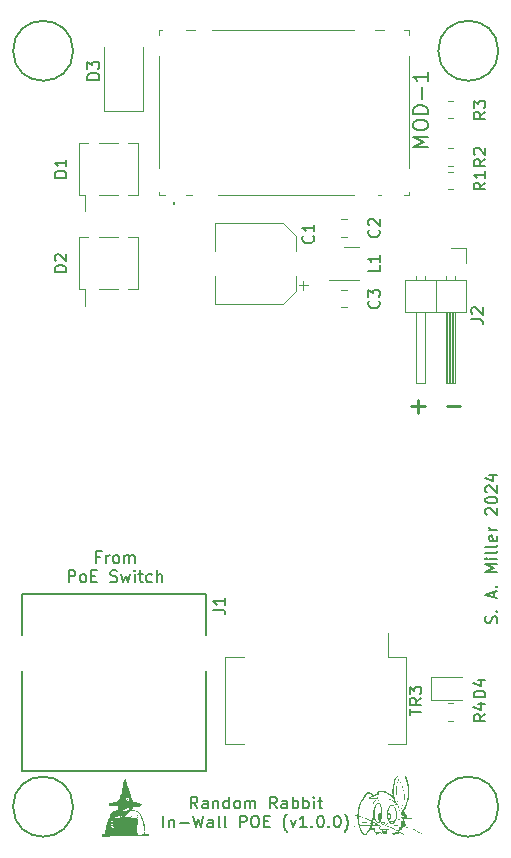
<source format=gbr>
%TF.GenerationSoftware,KiCad,Pcbnew,6.0.11+dfsg-1~bpo11+1*%
%TF.CreationDate,2024-02-01T17:53:29-05:00*%
%TF.ProjectId,POE,504f452e-6b69-4636-9164-5f7063625858,1.0.0*%
%TF.SameCoordinates,Original*%
%TF.FileFunction,Legend,Top*%
%TF.FilePolarity,Positive*%
%FSLAX46Y46*%
G04 Gerber Fmt 4.6, Leading zero omitted, Abs format (unit mm)*
G04 Created by KiCad (PCBNEW 6.0.11+dfsg-1~bpo11+1) date 2024-02-01 17:53:29*
%MOMM*%
%LPD*%
G01*
G04 APERTURE LIST*
%ADD10C,0.150000*%
%ADD11C,0.250000*%
%ADD12C,0.127000*%
%ADD13C,0.203200*%
%ADD14C,0.120000*%
%ADD15C,0.100000*%
%ADD16C,0.200000*%
G04 APERTURE END LIST*
D10*
X95071428Y-132147380D02*
X94738095Y-131671190D01*
X94500000Y-132147380D02*
X94500000Y-131147380D01*
X94880952Y-131147380D01*
X94976190Y-131195000D01*
X95023809Y-131242619D01*
X95071428Y-131337857D01*
X95071428Y-131480714D01*
X95023809Y-131575952D01*
X94976190Y-131623571D01*
X94880952Y-131671190D01*
X94500000Y-131671190D01*
X95928571Y-132147380D02*
X95928571Y-131623571D01*
X95880952Y-131528333D01*
X95785714Y-131480714D01*
X95595238Y-131480714D01*
X95500000Y-131528333D01*
X95928571Y-132099761D02*
X95833333Y-132147380D01*
X95595238Y-132147380D01*
X95500000Y-132099761D01*
X95452380Y-132004523D01*
X95452380Y-131909285D01*
X95500000Y-131814047D01*
X95595238Y-131766428D01*
X95833333Y-131766428D01*
X95928571Y-131718809D01*
X96404761Y-131480714D02*
X96404761Y-132147380D01*
X96404761Y-131575952D02*
X96452380Y-131528333D01*
X96547619Y-131480714D01*
X96690476Y-131480714D01*
X96785714Y-131528333D01*
X96833333Y-131623571D01*
X96833333Y-132147380D01*
X97738095Y-132147380D02*
X97738095Y-131147380D01*
X97738095Y-132099761D02*
X97642857Y-132147380D01*
X97452380Y-132147380D01*
X97357142Y-132099761D01*
X97309523Y-132052142D01*
X97261904Y-131956904D01*
X97261904Y-131671190D01*
X97309523Y-131575952D01*
X97357142Y-131528333D01*
X97452380Y-131480714D01*
X97642857Y-131480714D01*
X97738095Y-131528333D01*
X98357142Y-132147380D02*
X98261904Y-132099761D01*
X98214285Y-132052142D01*
X98166666Y-131956904D01*
X98166666Y-131671190D01*
X98214285Y-131575952D01*
X98261904Y-131528333D01*
X98357142Y-131480714D01*
X98500000Y-131480714D01*
X98595238Y-131528333D01*
X98642857Y-131575952D01*
X98690476Y-131671190D01*
X98690476Y-131956904D01*
X98642857Y-132052142D01*
X98595238Y-132099761D01*
X98500000Y-132147380D01*
X98357142Y-132147380D01*
X99119047Y-132147380D02*
X99119047Y-131480714D01*
X99119047Y-131575952D02*
X99166666Y-131528333D01*
X99261904Y-131480714D01*
X99404761Y-131480714D01*
X99500000Y-131528333D01*
X99547619Y-131623571D01*
X99547619Y-132147380D01*
X99547619Y-131623571D02*
X99595238Y-131528333D01*
X99690476Y-131480714D01*
X99833333Y-131480714D01*
X99928571Y-131528333D01*
X99976190Y-131623571D01*
X99976190Y-132147380D01*
X101785714Y-132147380D02*
X101452380Y-131671190D01*
X101214285Y-132147380D02*
X101214285Y-131147380D01*
X101595238Y-131147380D01*
X101690476Y-131195000D01*
X101738095Y-131242619D01*
X101785714Y-131337857D01*
X101785714Y-131480714D01*
X101738095Y-131575952D01*
X101690476Y-131623571D01*
X101595238Y-131671190D01*
X101214285Y-131671190D01*
X102642857Y-132147380D02*
X102642857Y-131623571D01*
X102595238Y-131528333D01*
X102500000Y-131480714D01*
X102309523Y-131480714D01*
X102214285Y-131528333D01*
X102642857Y-132099761D02*
X102547619Y-132147380D01*
X102309523Y-132147380D01*
X102214285Y-132099761D01*
X102166666Y-132004523D01*
X102166666Y-131909285D01*
X102214285Y-131814047D01*
X102309523Y-131766428D01*
X102547619Y-131766428D01*
X102642857Y-131718809D01*
X103119047Y-132147380D02*
X103119047Y-131147380D01*
X103119047Y-131528333D02*
X103214285Y-131480714D01*
X103404761Y-131480714D01*
X103500000Y-131528333D01*
X103547619Y-131575952D01*
X103595238Y-131671190D01*
X103595238Y-131956904D01*
X103547619Y-132052142D01*
X103500000Y-132099761D01*
X103404761Y-132147380D01*
X103214285Y-132147380D01*
X103119047Y-132099761D01*
X104023809Y-132147380D02*
X104023809Y-131147380D01*
X104023809Y-131528333D02*
X104119047Y-131480714D01*
X104309523Y-131480714D01*
X104404761Y-131528333D01*
X104452380Y-131575952D01*
X104500000Y-131671190D01*
X104500000Y-131956904D01*
X104452380Y-132052142D01*
X104404761Y-132099761D01*
X104309523Y-132147380D01*
X104119047Y-132147380D01*
X104023809Y-132099761D01*
X104928571Y-132147380D02*
X104928571Y-131480714D01*
X104928571Y-131147380D02*
X104880952Y-131195000D01*
X104928571Y-131242619D01*
X104976190Y-131195000D01*
X104928571Y-131147380D01*
X104928571Y-131242619D01*
X105261904Y-131480714D02*
X105642857Y-131480714D01*
X105404761Y-131147380D02*
X105404761Y-132004523D01*
X105452380Y-132099761D01*
X105547619Y-132147380D01*
X105642857Y-132147380D01*
X92190476Y-133757380D02*
X92190476Y-132757380D01*
X92666666Y-133090714D02*
X92666666Y-133757380D01*
X92666666Y-133185952D02*
X92714285Y-133138333D01*
X92809523Y-133090714D01*
X92952380Y-133090714D01*
X93047619Y-133138333D01*
X93095238Y-133233571D01*
X93095238Y-133757380D01*
X93571428Y-133376428D02*
X94333333Y-133376428D01*
X94714285Y-132757380D02*
X94952380Y-133757380D01*
X95142857Y-133043095D01*
X95333333Y-133757380D01*
X95571428Y-132757380D01*
X96380952Y-133757380D02*
X96380952Y-133233571D01*
X96333333Y-133138333D01*
X96238095Y-133090714D01*
X96047619Y-133090714D01*
X95952380Y-133138333D01*
X96380952Y-133709761D02*
X96285714Y-133757380D01*
X96047619Y-133757380D01*
X95952380Y-133709761D01*
X95904761Y-133614523D01*
X95904761Y-133519285D01*
X95952380Y-133424047D01*
X96047619Y-133376428D01*
X96285714Y-133376428D01*
X96380952Y-133328809D01*
X97000000Y-133757380D02*
X96904761Y-133709761D01*
X96857142Y-133614523D01*
X96857142Y-132757380D01*
X97523809Y-133757380D02*
X97428571Y-133709761D01*
X97380952Y-133614523D01*
X97380952Y-132757380D01*
X98666666Y-133757380D02*
X98666666Y-132757380D01*
X99047619Y-132757380D01*
X99142857Y-132805000D01*
X99190476Y-132852619D01*
X99238095Y-132947857D01*
X99238095Y-133090714D01*
X99190476Y-133185952D01*
X99142857Y-133233571D01*
X99047619Y-133281190D01*
X98666666Y-133281190D01*
X99857142Y-132757380D02*
X100047619Y-132757380D01*
X100142857Y-132805000D01*
X100238095Y-132900238D01*
X100285714Y-133090714D01*
X100285714Y-133424047D01*
X100238095Y-133614523D01*
X100142857Y-133709761D01*
X100047619Y-133757380D01*
X99857142Y-133757380D01*
X99761904Y-133709761D01*
X99666666Y-133614523D01*
X99619047Y-133424047D01*
X99619047Y-133090714D01*
X99666666Y-132900238D01*
X99761904Y-132805000D01*
X99857142Y-132757380D01*
X100714285Y-133233571D02*
X101047619Y-133233571D01*
X101190476Y-133757380D02*
X100714285Y-133757380D01*
X100714285Y-132757380D01*
X101190476Y-132757380D01*
X102666666Y-134138333D02*
X102619047Y-134090714D01*
X102523809Y-133947857D01*
X102476190Y-133852619D01*
X102428571Y-133709761D01*
X102380952Y-133471666D01*
X102380952Y-133281190D01*
X102428571Y-133043095D01*
X102476190Y-132900238D01*
X102523809Y-132805000D01*
X102619047Y-132662142D01*
X102666666Y-132614523D01*
X102952380Y-133090714D02*
X103190476Y-133757380D01*
X103428571Y-133090714D01*
X104333333Y-133757380D02*
X103761904Y-133757380D01*
X104047619Y-133757380D02*
X104047619Y-132757380D01*
X103952380Y-132900238D01*
X103857142Y-132995476D01*
X103761904Y-133043095D01*
X104761904Y-133662142D02*
X104809523Y-133709761D01*
X104761904Y-133757380D01*
X104714285Y-133709761D01*
X104761904Y-133662142D01*
X104761904Y-133757380D01*
X105428571Y-132757380D02*
X105523809Y-132757380D01*
X105619047Y-132805000D01*
X105666666Y-132852619D01*
X105714285Y-132947857D01*
X105761904Y-133138333D01*
X105761904Y-133376428D01*
X105714285Y-133566904D01*
X105666666Y-133662142D01*
X105619047Y-133709761D01*
X105523809Y-133757380D01*
X105428571Y-133757380D01*
X105333333Y-133709761D01*
X105285714Y-133662142D01*
X105238095Y-133566904D01*
X105190476Y-133376428D01*
X105190476Y-133138333D01*
X105238095Y-132947857D01*
X105285714Y-132852619D01*
X105333333Y-132805000D01*
X105428571Y-132757380D01*
X106190476Y-133662142D02*
X106238095Y-133709761D01*
X106190476Y-133757380D01*
X106142857Y-133709761D01*
X106190476Y-133662142D01*
X106190476Y-133757380D01*
X106857142Y-132757380D02*
X106952380Y-132757380D01*
X107047619Y-132805000D01*
X107095238Y-132852619D01*
X107142857Y-132947857D01*
X107190476Y-133138333D01*
X107190476Y-133376428D01*
X107142857Y-133566904D01*
X107095238Y-133662142D01*
X107047619Y-133709761D01*
X106952380Y-133757380D01*
X106857142Y-133757380D01*
X106761904Y-133709761D01*
X106714285Y-133662142D01*
X106666666Y-133566904D01*
X106619047Y-133376428D01*
X106619047Y-133138333D01*
X106666666Y-132947857D01*
X106714285Y-132852619D01*
X106761904Y-132805000D01*
X106857142Y-132757380D01*
X107523809Y-134138333D02*
X107571428Y-134090714D01*
X107666666Y-133947857D01*
X107714285Y-133852619D01*
X107761904Y-133709761D01*
X107809523Y-133471666D01*
X107809523Y-133281190D01*
X107761904Y-133043095D01*
X107714285Y-132900238D01*
X107666666Y-132805000D01*
X107571428Y-132662142D01*
X107523809Y-132614523D01*
X120404761Y-116469523D02*
X120452380Y-116326666D01*
X120452380Y-116088571D01*
X120404761Y-115993333D01*
X120357142Y-115945714D01*
X120261904Y-115898095D01*
X120166666Y-115898095D01*
X120071428Y-115945714D01*
X120023809Y-115993333D01*
X119976190Y-116088571D01*
X119928571Y-116279047D01*
X119880952Y-116374285D01*
X119833333Y-116421904D01*
X119738095Y-116469523D01*
X119642857Y-116469523D01*
X119547619Y-116421904D01*
X119500000Y-116374285D01*
X119452380Y-116279047D01*
X119452380Y-116040952D01*
X119500000Y-115898095D01*
X120357142Y-115469523D02*
X120404761Y-115421904D01*
X120452380Y-115469523D01*
X120404761Y-115517142D01*
X120357142Y-115469523D01*
X120452380Y-115469523D01*
X120166666Y-114279047D02*
X120166666Y-113802857D01*
X120452380Y-114374285D02*
X119452380Y-114040952D01*
X120452380Y-113707619D01*
X120357142Y-113374285D02*
X120404761Y-113326666D01*
X120452380Y-113374285D01*
X120404761Y-113421904D01*
X120357142Y-113374285D01*
X120452380Y-113374285D01*
X120452380Y-112136190D02*
X119452380Y-112136190D01*
X120166666Y-111802857D01*
X119452380Y-111469523D01*
X120452380Y-111469523D01*
X120452380Y-110993333D02*
X119785714Y-110993333D01*
X119452380Y-110993333D02*
X119500000Y-111040952D01*
X119547619Y-110993333D01*
X119500000Y-110945714D01*
X119452380Y-110993333D01*
X119547619Y-110993333D01*
X120452380Y-110374285D02*
X120404761Y-110469523D01*
X120309523Y-110517142D01*
X119452380Y-110517142D01*
X120452380Y-109850476D02*
X120404761Y-109945714D01*
X120309523Y-109993333D01*
X119452380Y-109993333D01*
X120404761Y-109088571D02*
X120452380Y-109183809D01*
X120452380Y-109374285D01*
X120404761Y-109469523D01*
X120309523Y-109517142D01*
X119928571Y-109517142D01*
X119833333Y-109469523D01*
X119785714Y-109374285D01*
X119785714Y-109183809D01*
X119833333Y-109088571D01*
X119928571Y-109040952D01*
X120023809Y-109040952D01*
X120119047Y-109517142D01*
X120452380Y-108612380D02*
X119785714Y-108612380D01*
X119976190Y-108612380D02*
X119880952Y-108564761D01*
X119833333Y-108517142D01*
X119785714Y-108421904D01*
X119785714Y-108326666D01*
X119547619Y-107279047D02*
X119500000Y-107231428D01*
X119452380Y-107136190D01*
X119452380Y-106898095D01*
X119500000Y-106802857D01*
X119547619Y-106755238D01*
X119642857Y-106707619D01*
X119738095Y-106707619D01*
X119880952Y-106755238D01*
X120452380Y-107326666D01*
X120452380Y-106707619D01*
X119452380Y-106088571D02*
X119452380Y-105993333D01*
X119500000Y-105898095D01*
X119547619Y-105850476D01*
X119642857Y-105802857D01*
X119833333Y-105755238D01*
X120071428Y-105755238D01*
X120261904Y-105802857D01*
X120357142Y-105850476D01*
X120404761Y-105898095D01*
X120452380Y-105993333D01*
X120452380Y-106088571D01*
X120404761Y-106183809D01*
X120357142Y-106231428D01*
X120261904Y-106279047D01*
X120071428Y-106326666D01*
X119833333Y-106326666D01*
X119642857Y-106279047D01*
X119547619Y-106231428D01*
X119500000Y-106183809D01*
X119452380Y-106088571D01*
X119547619Y-105374285D02*
X119500000Y-105326666D01*
X119452380Y-105231428D01*
X119452380Y-104993333D01*
X119500000Y-104898095D01*
X119547619Y-104850476D01*
X119642857Y-104802857D01*
X119738095Y-104802857D01*
X119880952Y-104850476D01*
X120452380Y-105421904D01*
X120452380Y-104802857D01*
X119785714Y-103945714D02*
X120452380Y-103945714D01*
X119404761Y-104183809D02*
X120119047Y-104421904D01*
X120119047Y-103802857D01*
X86837434Y-110853639D02*
X86504101Y-110853639D01*
X86504101Y-111377448D02*
X86504101Y-110377448D01*
X86980291Y-110377448D01*
X87361244Y-111377448D02*
X87361244Y-110710782D01*
X87361244Y-110901258D02*
X87408863Y-110806020D01*
X87456482Y-110758401D01*
X87551720Y-110710782D01*
X87646958Y-110710782D01*
X88123149Y-111377448D02*
X88027910Y-111329829D01*
X87980291Y-111282210D01*
X87932672Y-111186972D01*
X87932672Y-110901258D01*
X87980291Y-110806020D01*
X88027910Y-110758401D01*
X88123149Y-110710782D01*
X88266006Y-110710782D01*
X88361244Y-110758401D01*
X88408863Y-110806020D01*
X88456482Y-110901258D01*
X88456482Y-111186972D01*
X88408863Y-111282210D01*
X88361244Y-111329829D01*
X88266006Y-111377448D01*
X88123149Y-111377448D01*
X88885053Y-111377448D02*
X88885053Y-110710782D01*
X88885053Y-110806020D02*
X88932672Y-110758401D01*
X89027910Y-110710782D01*
X89170768Y-110710782D01*
X89266006Y-110758401D01*
X89313625Y-110853639D01*
X89313625Y-111377448D01*
X89313625Y-110853639D02*
X89361244Y-110758401D01*
X89456482Y-110710782D01*
X89599339Y-110710782D01*
X89694577Y-110758401D01*
X89742196Y-110853639D01*
X89742196Y-111377448D01*
X84170768Y-112987448D02*
X84170768Y-111987448D01*
X84551720Y-111987448D01*
X84646958Y-112035068D01*
X84694577Y-112082687D01*
X84742196Y-112177925D01*
X84742196Y-112320782D01*
X84694577Y-112416020D01*
X84646958Y-112463639D01*
X84551720Y-112511258D01*
X84170768Y-112511258D01*
X85313625Y-112987448D02*
X85218387Y-112939829D01*
X85170768Y-112892210D01*
X85123149Y-112796972D01*
X85123149Y-112511258D01*
X85170768Y-112416020D01*
X85218387Y-112368401D01*
X85313625Y-112320782D01*
X85456482Y-112320782D01*
X85551720Y-112368401D01*
X85599339Y-112416020D01*
X85646958Y-112511258D01*
X85646958Y-112796972D01*
X85599339Y-112892210D01*
X85551720Y-112939829D01*
X85456482Y-112987448D01*
X85313625Y-112987448D01*
X86075529Y-112463639D02*
X86408863Y-112463639D01*
X86551720Y-112987448D02*
X86075529Y-112987448D01*
X86075529Y-111987448D01*
X86551720Y-111987448D01*
X87694577Y-112939829D02*
X87837434Y-112987448D01*
X88075529Y-112987448D01*
X88170768Y-112939829D01*
X88218387Y-112892210D01*
X88266006Y-112796972D01*
X88266006Y-112701734D01*
X88218387Y-112606496D01*
X88170768Y-112558877D01*
X88075529Y-112511258D01*
X87885053Y-112463639D01*
X87789815Y-112416020D01*
X87742196Y-112368401D01*
X87694577Y-112273163D01*
X87694577Y-112177925D01*
X87742196Y-112082687D01*
X87789815Y-112035068D01*
X87885053Y-111987448D01*
X88123149Y-111987448D01*
X88266006Y-112035068D01*
X88599339Y-112320782D02*
X88789815Y-112987448D01*
X88980291Y-112511258D01*
X89170768Y-112987448D01*
X89361244Y-112320782D01*
X89742196Y-112987448D02*
X89742196Y-112320782D01*
X89742196Y-111987448D02*
X89694577Y-112035068D01*
X89742196Y-112082687D01*
X89789815Y-112035068D01*
X89742196Y-111987448D01*
X89742196Y-112082687D01*
X90075529Y-112320782D02*
X90456482Y-112320782D01*
X90218387Y-111987448D02*
X90218387Y-112844591D01*
X90266006Y-112939829D01*
X90361244Y-112987448D01*
X90456482Y-112987448D01*
X91218387Y-112939829D02*
X91123149Y-112987448D01*
X90932672Y-112987448D01*
X90837434Y-112939829D01*
X90789815Y-112892210D01*
X90742196Y-112796972D01*
X90742196Y-112511258D01*
X90789815Y-112416020D01*
X90837434Y-112368401D01*
X90932672Y-112320782D01*
X91123149Y-112320782D01*
X91218387Y-112368401D01*
X91646958Y-112987448D02*
X91646958Y-111987448D01*
X92075529Y-112987448D02*
X92075529Y-112463639D01*
X92027910Y-112368401D01*
X91932672Y-112320782D01*
X91789815Y-112320782D01*
X91694577Y-112368401D01*
X91646958Y-112416020D01*
D11*
X113178626Y-98107142D02*
X114321483Y-98107142D01*
X113750055Y-98678571D02*
X113750055Y-97535714D01*
X116178626Y-98107142D02*
X117321483Y-98107142D01*
D10*
%TO.C,J1*%
X96426283Y-115336227D02*
X97140569Y-115336227D01*
X97283426Y-115383846D01*
X97378664Y-115479084D01*
X97426283Y-115621941D01*
X97426283Y-115717179D01*
X97426283Y-114336227D02*
X97426283Y-114907655D01*
X97426283Y-114621941D02*
X96426283Y-114621941D01*
X96569141Y-114717179D01*
X96664379Y-114812417D01*
X96711998Y-114907655D01*
%TO.C,D2*%
X83982380Y-86738095D02*
X82982380Y-86738095D01*
X82982380Y-86500000D01*
X83030000Y-86357142D01*
X83125238Y-86261904D01*
X83220476Y-86214285D01*
X83410952Y-86166666D01*
X83553809Y-86166666D01*
X83744285Y-86214285D01*
X83839523Y-86261904D01*
X83934761Y-86357142D01*
X83982380Y-86500000D01*
X83982380Y-86738095D01*
X83077619Y-85785714D02*
X83030000Y-85738095D01*
X82982380Y-85642857D01*
X82982380Y-85404761D01*
X83030000Y-85309523D01*
X83077619Y-85261904D01*
X83172857Y-85214285D01*
X83268095Y-85214285D01*
X83410952Y-85261904D01*
X83982380Y-85833333D01*
X83982380Y-85214285D01*
%TO.C,J2*%
X118242434Y-90718333D02*
X118956720Y-90718333D01*
X119099577Y-90765952D01*
X119194815Y-90861190D01*
X119242434Y-91004047D01*
X119242434Y-91099285D01*
X118337673Y-90289761D02*
X118290054Y-90242142D01*
X118242434Y-90146904D01*
X118242434Y-89908809D01*
X118290054Y-89813571D01*
X118337673Y-89765952D01*
X118432911Y-89718333D01*
X118528149Y-89718333D01*
X118671006Y-89765952D01*
X119242434Y-90337380D01*
X119242434Y-89718333D01*
%TO.C,C1*%
X104857142Y-83666666D02*
X104904761Y-83714285D01*
X104952380Y-83857142D01*
X104952380Y-83952380D01*
X104904761Y-84095238D01*
X104809523Y-84190476D01*
X104714285Y-84238095D01*
X104523809Y-84285714D01*
X104380952Y-84285714D01*
X104190476Y-84238095D01*
X104095238Y-84190476D01*
X104000000Y-84095238D01*
X103952380Y-83952380D01*
X103952380Y-83857142D01*
X104000000Y-83714285D01*
X104047619Y-83666666D01*
X104952380Y-82714285D02*
X104952380Y-83285714D01*
X104952380Y-83000000D02*
X103952380Y-83000000D01*
X104095238Y-83095238D01*
X104190476Y-83190476D01*
X104238095Y-83285714D01*
%TO.C,R4*%
X119452380Y-124166666D02*
X118976190Y-124500000D01*
X119452380Y-124738095D02*
X118452380Y-124738095D01*
X118452380Y-124357142D01*
X118500000Y-124261904D01*
X118547619Y-124214285D01*
X118642857Y-124166666D01*
X118785714Y-124166666D01*
X118880952Y-124214285D01*
X118928571Y-124261904D01*
X118976190Y-124357142D01*
X118976190Y-124738095D01*
X118785714Y-123309523D02*
X119452380Y-123309523D01*
X118404761Y-123547619D02*
X119119047Y-123785714D01*
X119119047Y-123166666D01*
%TO.C,D3*%
X86752380Y-70438095D02*
X85752380Y-70438095D01*
X85752380Y-70200000D01*
X85800000Y-70057142D01*
X85895238Y-69961904D01*
X85990476Y-69914285D01*
X86180952Y-69866666D01*
X86323809Y-69866666D01*
X86514285Y-69914285D01*
X86609523Y-69961904D01*
X86704761Y-70057142D01*
X86752380Y-70200000D01*
X86752380Y-70438095D01*
X85752380Y-69533333D02*
X85752380Y-68914285D01*
X86133333Y-69247619D01*
X86133333Y-69104761D01*
X86180952Y-69009523D01*
X86228571Y-68961904D01*
X86323809Y-68914285D01*
X86561904Y-68914285D01*
X86657142Y-68961904D01*
X86704761Y-69009523D01*
X86752380Y-69104761D01*
X86752380Y-69390476D01*
X86704761Y-69485714D01*
X86657142Y-69533333D01*
D12*
%TO.C,MOD-1*%
X114574523Y-76114523D02*
X113304523Y-76114523D01*
X114211666Y-75691190D01*
X113304523Y-75267857D01*
X114574523Y-75267857D01*
X113304523Y-74421190D02*
X113304523Y-74179285D01*
X113365000Y-74058333D01*
X113485952Y-73937380D01*
X113727857Y-73876904D01*
X114151190Y-73876904D01*
X114393095Y-73937380D01*
X114514047Y-74058333D01*
X114574523Y-74179285D01*
X114574523Y-74421190D01*
X114514047Y-74542142D01*
X114393095Y-74663095D01*
X114151190Y-74723571D01*
X113727857Y-74723571D01*
X113485952Y-74663095D01*
X113365000Y-74542142D01*
X113304523Y-74421190D01*
X114574523Y-73332619D02*
X113304523Y-73332619D01*
X113304523Y-73030238D01*
X113365000Y-72848809D01*
X113485952Y-72727857D01*
X113606904Y-72667380D01*
X113848809Y-72606904D01*
X114030238Y-72606904D01*
X114272142Y-72667380D01*
X114393095Y-72727857D01*
X114514047Y-72848809D01*
X114574523Y-73030238D01*
X114574523Y-73332619D01*
X114090714Y-72062619D02*
X114090714Y-71095000D01*
X114574523Y-69825000D02*
X114574523Y-70550714D01*
X114574523Y-70187857D02*
X113304523Y-70187857D01*
X113485952Y-70308809D01*
X113606904Y-70429761D01*
X113667380Y-70550714D01*
D10*
%TO.C,C3*%
X110422741Y-89166666D02*
X110470360Y-89214285D01*
X110517979Y-89357142D01*
X110517979Y-89452380D01*
X110470360Y-89595238D01*
X110375122Y-89690476D01*
X110279884Y-89738095D01*
X110089408Y-89785714D01*
X109946551Y-89785714D01*
X109756075Y-89738095D01*
X109660837Y-89690476D01*
X109565599Y-89595238D01*
X109517979Y-89452380D01*
X109517979Y-89357142D01*
X109565599Y-89214285D01*
X109613218Y-89166666D01*
X109517979Y-88833333D02*
X109517979Y-88214285D01*
X109898932Y-88547619D01*
X109898932Y-88404761D01*
X109946551Y-88309523D01*
X109994170Y-88261904D01*
X110089408Y-88214285D01*
X110327503Y-88214285D01*
X110422741Y-88261904D01*
X110470360Y-88309523D01*
X110517979Y-88404761D01*
X110517979Y-88690476D01*
X110470360Y-88785714D01*
X110422741Y-88833333D01*
%TO.C,D1*%
X83982380Y-78738095D02*
X82982380Y-78738095D01*
X82982380Y-78500000D01*
X83030000Y-78357142D01*
X83125238Y-78261904D01*
X83220476Y-78214285D01*
X83410952Y-78166666D01*
X83553809Y-78166666D01*
X83744285Y-78214285D01*
X83839523Y-78261904D01*
X83934761Y-78357142D01*
X83982380Y-78500000D01*
X83982380Y-78738095D01*
X83982380Y-77214285D02*
X83982380Y-77785714D01*
X83982380Y-77500000D02*
X82982380Y-77500000D01*
X83125238Y-77595238D01*
X83220476Y-77690476D01*
X83268095Y-77785714D01*
%TO.C,R3*%
X119452380Y-73166666D02*
X118976190Y-73500000D01*
X119452380Y-73738095D02*
X118452380Y-73738095D01*
X118452380Y-73357142D01*
X118500000Y-73261904D01*
X118547619Y-73214285D01*
X118642857Y-73166666D01*
X118785714Y-73166666D01*
X118880952Y-73214285D01*
X118928571Y-73261904D01*
X118976190Y-73357142D01*
X118976190Y-73738095D01*
X118452380Y-72833333D02*
X118452380Y-72214285D01*
X118833333Y-72547619D01*
X118833333Y-72404761D01*
X118880952Y-72309523D01*
X118928571Y-72261904D01*
X119023809Y-72214285D01*
X119261904Y-72214285D01*
X119357142Y-72261904D01*
X119404761Y-72309523D01*
X119452380Y-72404761D01*
X119452380Y-72690476D01*
X119404761Y-72785714D01*
X119357142Y-72833333D01*
%TO.C,TR3*%
X113032380Y-124261904D02*
X113032380Y-123690476D01*
X114032380Y-123976190D02*
X113032380Y-123976190D01*
X114032380Y-122785714D02*
X113556190Y-123119047D01*
X114032380Y-123357142D02*
X113032380Y-123357142D01*
X113032380Y-122976190D01*
X113080000Y-122880952D01*
X113127619Y-122833333D01*
X113222857Y-122785714D01*
X113365714Y-122785714D01*
X113460952Y-122833333D01*
X113508571Y-122880952D01*
X113556190Y-122976190D01*
X113556190Y-123357142D01*
X113032380Y-122452380D02*
X113032380Y-121833333D01*
X113413333Y-122166666D01*
X113413333Y-122023809D01*
X113460952Y-121928571D01*
X113508571Y-121880952D01*
X113603809Y-121833333D01*
X113841904Y-121833333D01*
X113937142Y-121880952D01*
X113984761Y-121928571D01*
X114032380Y-122023809D01*
X114032380Y-122309523D01*
X113984761Y-122404761D01*
X113937142Y-122452380D01*
%TO.C,D4*%
X119452380Y-122738095D02*
X118452380Y-122738095D01*
X118452380Y-122500000D01*
X118500000Y-122357142D01*
X118595238Y-122261904D01*
X118690476Y-122214285D01*
X118880952Y-122166666D01*
X119023809Y-122166666D01*
X119214285Y-122214285D01*
X119309523Y-122261904D01*
X119404761Y-122357142D01*
X119452380Y-122500000D01*
X119452380Y-122738095D01*
X118785714Y-121309523D02*
X119452380Y-121309523D01*
X118404761Y-121547619D02*
X119119047Y-121785714D01*
X119119047Y-121166666D01*
%TO.C,R1*%
X119452380Y-79166666D02*
X118976190Y-79500000D01*
X119452380Y-79738095D02*
X118452380Y-79738095D01*
X118452380Y-79357142D01*
X118500000Y-79261904D01*
X118547619Y-79214285D01*
X118642857Y-79166666D01*
X118785714Y-79166666D01*
X118880952Y-79214285D01*
X118928571Y-79261904D01*
X118976190Y-79357142D01*
X118976190Y-79738095D01*
X119452380Y-78214285D02*
X119452380Y-78785714D01*
X119452380Y-78500000D02*
X118452380Y-78500000D01*
X118595238Y-78595238D01*
X118690476Y-78690476D01*
X118738095Y-78785714D01*
%TO.C,R2*%
X119452380Y-77166666D02*
X118976190Y-77500000D01*
X119452380Y-77738095D02*
X118452380Y-77738095D01*
X118452380Y-77357142D01*
X118500000Y-77261904D01*
X118547619Y-77214285D01*
X118642857Y-77166666D01*
X118785714Y-77166666D01*
X118880952Y-77214285D01*
X118928571Y-77261904D01*
X118976190Y-77357142D01*
X118976190Y-77738095D01*
X118547619Y-76785714D02*
X118500000Y-76738095D01*
X118452380Y-76642857D01*
X118452380Y-76404761D01*
X118500000Y-76309523D01*
X118547619Y-76261904D01*
X118642857Y-76214285D01*
X118738095Y-76214285D01*
X118880952Y-76261904D01*
X119452380Y-76833333D01*
X119452380Y-76214285D01*
%TO.C,L1*%
X110517979Y-86166666D02*
X110517979Y-86642857D01*
X109517979Y-86642857D01*
X110517979Y-85309523D02*
X110517979Y-85880952D01*
X110517979Y-85595238D02*
X109517979Y-85595238D01*
X109660837Y-85690476D01*
X109756075Y-85785714D01*
X109803694Y-85880952D01*
%TO.C,C2*%
X110422741Y-83166666D02*
X110470360Y-83214285D01*
X110517979Y-83357142D01*
X110517979Y-83452380D01*
X110470360Y-83595238D01*
X110375122Y-83690476D01*
X110279884Y-83738095D01*
X110089408Y-83785714D01*
X109946551Y-83785714D01*
X109756075Y-83738095D01*
X109660837Y-83690476D01*
X109565599Y-83595238D01*
X109517979Y-83452380D01*
X109517979Y-83357142D01*
X109565599Y-83214285D01*
X109613218Y-83166666D01*
X109613218Y-82785714D02*
X109565599Y-82738095D01*
X109517979Y-82642857D01*
X109517979Y-82404761D01*
X109565599Y-82309523D01*
X109613218Y-82261904D01*
X109708456Y-82214285D01*
X109803694Y-82214285D01*
X109946551Y-82261904D01*
X110517979Y-82833333D01*
X110517979Y-82214285D01*
%TO.C,REF\u002A\u002A*%
X120540000Y-132000000D02*
G75*
G03*
X120540000Y-132000000I-2540000J0D01*
G01*
D13*
%TO.C,J1*%
X80175000Y-114000000D02*
X80175000Y-117500000D01*
X95825000Y-120500000D02*
X95825000Y-129000000D01*
X95825000Y-114000000D02*
X95825000Y-117500000D01*
X95825000Y-114000000D02*
X80175000Y-114000000D01*
X95825000Y-129000000D02*
X80175000Y-129000000D01*
X80175000Y-120500000D02*
X80175000Y-129000000D01*
D14*
%TO.C,D2*%
X90030000Y-83800000D02*
X90030000Y-88200000D01*
X89230000Y-83800000D02*
X90030000Y-83800000D01*
X85830000Y-83800000D02*
X85030000Y-83800000D01*
X90030000Y-88200000D02*
X89230000Y-88200000D01*
X86730000Y-88200000D02*
X88330000Y-88200000D01*
X85530000Y-88200000D02*
X85530000Y-89600000D01*
X86730000Y-83800000D02*
X88330000Y-83800000D01*
X85030000Y-83800000D02*
X85030000Y-88200000D01*
X85030000Y-88200000D02*
X85530000Y-88200000D01*
%TO.C,J2*%
X116140054Y-87110000D02*
X116140054Y-87440000D01*
X114360054Y-87042929D02*
X114360054Y-87440000D01*
X114360054Y-90100000D02*
X114360054Y-96100000D01*
X115250054Y-87440000D02*
X115250054Y-90100000D01*
X116240054Y-90100000D02*
X116240054Y-96100000D01*
X114360054Y-96100000D02*
X113600054Y-96100000D01*
X116140054Y-96100000D02*
X116140054Y-90100000D01*
X116600054Y-90100000D02*
X116600054Y-96100000D01*
X116840054Y-90100000D02*
X116840054Y-96100000D01*
X112650054Y-87440000D02*
X112650054Y-90100000D01*
X117850054Y-90100000D02*
X117850054Y-87440000D01*
X113600054Y-87042929D02*
X113600054Y-87440000D01*
X116360054Y-90100000D02*
X116360054Y-96100000D01*
X117850054Y-87440000D02*
X112650054Y-87440000D01*
X116900054Y-90100000D02*
X116900054Y-96100000D01*
X117790054Y-84730000D02*
X117790054Y-86000000D01*
X116520054Y-84730000D02*
X117790054Y-84730000D01*
X116720054Y-90100000D02*
X116720054Y-96100000D01*
X112650054Y-90100000D02*
X117850054Y-90100000D01*
X116900054Y-87110000D02*
X116900054Y-87440000D01*
X116480054Y-90100000D02*
X116480054Y-96100000D01*
X116900054Y-96100000D02*
X116140054Y-96100000D01*
X113600054Y-96100000D02*
X113600054Y-90100000D01*
%TO.C,C1*%
X104437500Y-87847500D02*
X103650000Y-87847500D01*
X103410000Y-88345563D02*
X102345563Y-89410000D01*
X102345563Y-82590000D02*
X96590000Y-82590000D01*
X103410000Y-83654437D02*
X102345563Y-82590000D01*
X104043750Y-88241250D02*
X104043750Y-87453750D01*
X103410000Y-88345563D02*
X103410000Y-87060000D01*
X103410000Y-83654437D02*
X103410000Y-84940000D01*
X96590000Y-89410000D02*
X96590000Y-87060000D01*
X96590000Y-82590000D02*
X96590000Y-84940000D01*
X102345563Y-89410000D02*
X96590000Y-89410000D01*
%TO.C,G\u002A\u002A\u002A*%
G36*
X88589166Y-132815833D02*
G01*
X88577237Y-132834013D01*
X88536666Y-132836842D01*
X88493985Y-132827073D01*
X88512500Y-132812675D01*
X88575015Y-132807906D01*
X88589166Y-132815833D01*
G37*
G36*
X90000000Y-132900000D02*
G01*
X89980000Y-132920000D01*
X89960000Y-132900000D01*
X89980000Y-132880000D01*
X90000000Y-132900000D01*
G37*
G36*
X89158372Y-131389036D02*
G01*
X89160000Y-131400000D01*
X89146352Y-131438960D01*
X89142360Y-131440000D01*
X89108209Y-131411970D01*
X89100000Y-131400000D01*
X89103171Y-131363140D01*
X89117639Y-131360000D01*
X89158372Y-131389036D01*
G37*
G36*
X87298323Y-133874126D02*
G01*
X87650142Y-133874126D01*
X87656406Y-133870000D01*
X87719853Y-133850271D01*
X87825148Y-133840297D01*
X87846711Y-133840000D01*
X87943285Y-133835664D01*
X87977786Y-133813573D01*
X87968033Y-133760098D01*
X87964396Y-133750000D01*
X87901686Y-133674251D01*
X87815685Y-133652826D01*
X87757076Y-133653501D01*
X87767869Y-133664694D01*
X87774043Y-133666538D01*
X87815171Y-133685822D01*
X87806662Y-133719203D01*
X87742795Y-133784166D01*
X87732449Y-133793711D01*
X87669844Y-133852611D01*
X87650142Y-133874126D01*
X87298323Y-133874126D01*
X87313035Y-133802947D01*
X87337415Y-133700000D01*
X87640000Y-133700000D01*
X87660000Y-133720000D01*
X87680000Y-133700000D01*
X87660000Y-133680000D01*
X87640000Y-133700000D01*
X87337415Y-133700000D01*
X87357828Y-133613805D01*
X87365554Y-133584365D01*
X88924909Y-133584365D01*
X88934839Y-133639685D01*
X88946666Y-133653333D01*
X89005213Y-133678812D01*
X89038658Y-133637180D01*
X89040000Y-133620000D01*
X89007981Y-133566969D01*
X88980000Y-133560000D01*
X88924909Y-133584365D01*
X87365554Y-133584365D01*
X87394351Y-133474639D01*
X87720000Y-133474639D01*
X87752135Y-133509561D01*
X87825005Y-133541802D01*
X87903300Y-133560091D01*
X87951715Y-133553160D01*
X87954166Y-133549375D01*
X87957262Y-133491746D01*
X87948410Y-133387005D01*
X87941715Y-133337499D01*
X87916754Y-133222906D01*
X87880187Y-133170072D01*
X87837549Y-133160000D01*
X87773413Y-133178469D01*
X87770003Y-133237365D01*
X87827452Y-133341916D01*
X87842723Y-133363825D01*
X87886590Y-133438973D01*
X87890735Y-133478313D01*
X87885084Y-133480000D01*
X87828278Y-133450759D01*
X87819596Y-133439347D01*
X87773117Y-133418504D01*
X87727753Y-133447134D01*
X87720000Y-133474639D01*
X87394351Y-133474639D01*
X87407582Y-133424224D01*
X87457543Y-133253176D01*
X87502960Y-133119632D01*
X87539081Y-133042564D01*
X87540964Y-133040000D01*
X87573364Y-132982576D01*
X87947362Y-132982576D01*
X87971669Y-132981851D01*
X88140076Y-132946176D01*
X88354488Y-132919960D01*
X88600808Y-132902959D01*
X88864940Y-132894928D01*
X89132788Y-132895622D01*
X89390255Y-132904795D01*
X89623247Y-132922203D01*
X89817666Y-132947600D01*
X89959417Y-132980741D01*
X90030993Y-133017660D01*
X90035520Y-133063438D01*
X90032156Y-133171084D01*
X90022446Y-133323023D01*
X90007936Y-133501681D01*
X89990170Y-133689482D01*
X89970694Y-133868854D01*
X89951052Y-134022222D01*
X89933205Y-134130000D01*
X89927817Y-134211817D01*
X89963400Y-134239393D01*
X89975336Y-134240000D01*
X90031302Y-134270037D01*
X90040000Y-134300000D01*
X90074762Y-134339345D01*
X90162694Y-134358843D01*
X90279261Y-134357673D01*
X90399927Y-134335017D01*
X90457349Y-134313929D01*
X90541185Y-134254513D01*
X90581495Y-134195289D01*
X90588491Y-134100948D01*
X90574418Y-133948590D01*
X90543177Y-133756201D01*
X90498672Y-133541768D01*
X90444805Y-133323275D01*
X90385480Y-133118708D01*
X90324600Y-132946053D01*
X90296067Y-132880000D01*
X90199947Y-132685448D01*
X90118178Y-132552322D01*
X90036070Y-132467504D01*
X89938933Y-132417876D01*
X89812080Y-132390321D01*
X89737535Y-132381212D01*
X89601301Y-132361135D01*
X89499104Y-132335870D01*
X89455747Y-132313119D01*
X89417502Y-132316579D01*
X89344013Y-132366758D01*
X89251027Y-132448734D01*
X89154294Y-132547585D01*
X89069564Y-132648389D01*
X89015764Y-132730000D01*
X88960610Y-132805342D01*
X88881719Y-132835925D01*
X88803870Y-132840000D01*
X88685314Y-132824514D01*
X88604929Y-132785299D01*
X88600000Y-132780000D01*
X88530433Y-132728441D01*
X88468184Y-132728447D01*
X88440038Y-132779623D01*
X88440000Y-132782360D01*
X88419194Y-132822869D01*
X88396185Y-132817642D01*
X88332033Y-132814848D01*
X88253584Y-132843433D01*
X88176687Y-132875349D01*
X88133261Y-132858939D01*
X88118011Y-132838151D01*
X88088240Y-132802025D01*
X88080670Y-132839308D01*
X88080612Y-132843887D01*
X88047979Y-132909663D01*
X87990000Y-132955124D01*
X87947362Y-132982576D01*
X87573364Y-132982576D01*
X87579215Y-132972205D01*
X87632164Y-132856336D01*
X87679490Y-132740000D01*
X87754264Y-132564797D01*
X87828743Y-132450239D01*
X87921899Y-132379329D01*
X88052705Y-132335067D01*
X88154109Y-132314764D01*
X88291503Y-132286868D01*
X88363569Y-132260151D01*
X88384566Y-132227692D01*
X88379671Y-132205290D01*
X88352686Y-132116976D01*
X88350395Y-132107226D01*
X88666106Y-132107226D01*
X88673418Y-132150068D01*
X88725136Y-132223277D01*
X88746923Y-132247226D01*
X88877344Y-132339327D01*
X89015465Y-132351853D01*
X89160633Y-132284788D01*
X89196930Y-132256444D01*
X89237754Y-132218541D01*
X89460162Y-132218541D01*
X89484852Y-132211118D01*
X89486737Y-132209262D01*
X89514935Y-132140113D01*
X89511510Y-132114531D01*
X89490901Y-132105245D01*
X89469248Y-132156793D01*
X89460162Y-132218541D01*
X89237754Y-132218541D01*
X89288307Y-132171605D01*
X89311377Y-132126568D01*
X89264931Y-132119691D01*
X89147759Y-132149330D01*
X89123652Y-132156939D01*
X89012163Y-132198275D01*
X88974054Y-132228401D01*
X88993652Y-132247188D01*
X89023295Y-132267338D01*
X88978399Y-132276328D01*
X88956420Y-132277188D01*
X88859099Y-132250640D01*
X88807278Y-132180000D01*
X88750310Y-132094685D01*
X88691391Y-132087834D01*
X88666106Y-132107226D01*
X88350395Y-132107226D01*
X88331920Y-132028610D01*
X88330868Y-132024505D01*
X88933749Y-132024505D01*
X88940000Y-132040000D01*
X88975944Y-132078159D01*
X88982360Y-132080000D01*
X88999541Y-132049052D01*
X89000000Y-132040000D01*
X88984010Y-132020000D01*
X89520000Y-132020000D01*
X89540000Y-132040000D01*
X89560000Y-132020000D01*
X89540000Y-132000000D01*
X89520000Y-132020000D01*
X88984010Y-132020000D01*
X88969249Y-132001537D01*
X88957639Y-132000000D01*
X88933749Y-132024505D01*
X88330868Y-132024505D01*
X88316348Y-131967875D01*
X88287541Y-131936946D01*
X88225283Y-131929381D01*
X88109353Y-131938740D01*
X88064722Y-131943495D01*
X87932992Y-131957851D01*
X87836518Y-131968764D01*
X87800000Y-131973334D01*
X87750940Y-131968303D01*
X87658630Y-131951255D01*
X87650000Y-131949450D01*
X87552757Y-131912411D01*
X87542775Y-131893333D01*
X88013333Y-131893333D01*
X88018824Y-131917113D01*
X88040000Y-131920000D01*
X88072924Y-131905364D01*
X88066666Y-131893333D01*
X88019196Y-131888546D01*
X88013333Y-131893333D01*
X87542775Y-131893333D01*
X87530794Y-131870436D01*
X88137348Y-131870436D01*
X88176666Y-131876842D01*
X88228547Y-131869487D01*
X88228977Y-131860000D01*
X88320000Y-131860000D01*
X88340000Y-131880000D01*
X88360000Y-131860000D01*
X88340000Y-131840000D01*
X88320000Y-131860000D01*
X88228977Y-131860000D01*
X88229166Y-131855833D01*
X88175631Y-131846284D01*
X88152500Y-131852675D01*
X88137348Y-131870436D01*
X87530794Y-131870436D01*
X87520236Y-131850257D01*
X87519999Y-131842407D01*
X87543120Y-131769422D01*
X87619756Y-131716395D01*
X87760822Y-131677233D01*
X87840000Y-131663742D01*
X88046185Y-131627295D01*
X88190523Y-131585068D01*
X88250917Y-131550436D01*
X88457348Y-131550436D01*
X88496666Y-131556842D01*
X88548547Y-131549487D01*
X88549166Y-131535833D01*
X88495631Y-131526284D01*
X88472500Y-131532675D01*
X88457348Y-131550436D01*
X88250917Y-131550436D01*
X88291076Y-131527407D01*
X88348395Y-131464020D01*
X88597550Y-131464020D01*
X88652860Y-131470333D01*
X88680000Y-131470719D01*
X88752772Y-131466549D01*
X88761349Y-131456166D01*
X88750000Y-131452426D01*
X88648550Y-131446206D01*
X88610000Y-131452426D01*
X88597550Y-131464020D01*
X88348395Y-131464020D01*
X88365902Y-131444659D01*
X88419257Y-131354139D01*
X88423742Y-131345159D01*
X89002434Y-131345159D01*
X89026855Y-131430815D01*
X89066438Y-131477273D01*
X89158299Y-131524090D01*
X89243065Y-131504011D01*
X89296610Y-131428304D01*
X89303985Y-131366319D01*
X89291287Y-131294341D01*
X89244266Y-131265007D01*
X89160547Y-131260000D01*
X89049000Y-131283600D01*
X89002434Y-131345159D01*
X88423742Y-131345159D01*
X88475610Y-131241301D01*
X88512485Y-131157759D01*
X88520780Y-131130158D01*
X88536238Y-131049620D01*
X88570246Y-130980979D01*
X88598494Y-130960000D01*
X88624488Y-130924728D01*
X88647504Y-130837249D01*
X88651708Y-130810000D01*
X88677284Y-130666587D01*
X88713060Y-130515406D01*
X88717348Y-130500000D01*
X88746720Y-130367326D01*
X88772572Y-130201012D01*
X88783584Y-130100000D01*
X88812489Y-129867762D01*
X88853554Y-129710212D01*
X88908478Y-129622728D01*
X88967381Y-129600000D01*
X89026351Y-129619273D01*
X89029128Y-129650635D01*
X89024215Y-129733248D01*
X89043382Y-129867658D01*
X89080495Y-130032250D01*
X89129416Y-130205405D01*
X89184012Y-130365508D01*
X89238147Y-130490942D01*
X89285686Y-130560089D01*
X89287681Y-130561609D01*
X89309729Y-130608642D01*
X89340703Y-130713235D01*
X89374511Y-130854373D01*
X89380119Y-130880567D01*
X89421975Y-131047124D01*
X89472223Y-131200889D01*
X89520172Y-131309254D01*
X89521334Y-131311244D01*
X89572716Y-131411674D01*
X89599078Y-131489286D01*
X89600000Y-131499184D01*
X89628505Y-131544233D01*
X89718147Y-131588268D01*
X89875111Y-131633518D01*
X90105584Y-131682215D01*
X90110000Y-131683053D01*
X90238776Y-131711170D01*
X90329030Y-131737992D01*
X90360000Y-131756303D01*
X90323715Y-131845260D01*
X90229404Y-131928766D01*
X90098883Y-131996339D01*
X89953967Y-132037495D01*
X89816472Y-132041752D01*
X89780958Y-132034549D01*
X89693467Y-132017505D01*
X89639415Y-132037923D01*
X89594332Y-132111184D01*
X89569649Y-132167378D01*
X89524104Y-132274756D01*
X89752052Y-132301613D01*
X89893942Y-132325702D01*
X90013776Y-132358751D01*
X90063965Y-132381203D01*
X90156390Y-132473704D01*
X90253951Y-132630571D01*
X90351394Y-132836850D01*
X90443461Y-133077585D01*
X90524898Y-133337822D01*
X90590448Y-133602605D01*
X90634856Y-133856979D01*
X90652083Y-134054665D01*
X90660000Y-134279863D01*
X90830000Y-134279931D01*
X90937130Y-134284714D01*
X90986381Y-134307564D01*
X90999708Y-134361405D01*
X91000000Y-134380000D01*
X91000000Y-134480000D01*
X90266523Y-134480000D01*
X90031618Y-134480917D01*
X89735155Y-134483508D01*
X89395552Y-134487528D01*
X89031227Y-134492733D01*
X88660598Y-134498880D01*
X88302085Y-134505724D01*
X88263236Y-134506528D01*
X86993427Y-134533057D01*
X87006713Y-134416528D01*
X87028986Y-134333336D01*
X87087758Y-134296891D01*
X87150123Y-134287456D01*
X87237663Y-134271730D01*
X87264657Y-134235104D01*
X87255929Y-134178022D01*
X87257333Y-134104027D01*
X87270348Y-134021123D01*
X87666761Y-134021123D01*
X87685069Y-134022681D01*
X87700000Y-134017814D01*
X87798464Y-133987186D01*
X87900000Y-133959146D01*
X87975807Y-133937833D01*
X87977462Y-133928608D01*
X87920000Y-133925511D01*
X87810024Y-133944678D01*
X87720000Y-133984180D01*
X87666761Y-134021123D01*
X87270348Y-134021123D01*
X87277953Y-133972678D01*
X87298323Y-133874126D01*
G37*
G36*
X89520000Y-132820000D02*
G01*
X89500000Y-132840000D01*
X89480000Y-132820000D01*
X89500000Y-132800000D01*
X89520000Y-132820000D01*
G37*
G36*
X90160000Y-133380000D02*
G01*
X90140000Y-133400000D01*
X90120000Y-133380000D01*
X90140000Y-133360000D01*
X90160000Y-133380000D01*
G37*
G36*
X90000000Y-132740000D02*
G01*
X89980000Y-132760000D01*
X89960000Y-132740000D01*
X89980000Y-132720000D01*
X90000000Y-132740000D01*
G37*
G36*
X89266666Y-131333333D02*
G01*
X89261175Y-131357113D01*
X89240000Y-131360000D01*
X89207075Y-131345364D01*
X89213333Y-131333333D01*
X89260803Y-131328546D01*
X89266666Y-131333333D01*
G37*
D10*
%TO.C,REF\u002A\u002A*%
X84540000Y-132000000D02*
G75*
G03*
X84540000Y-132000000I-2540000J0D01*
G01*
D14*
%TO.C,R4*%
X116272936Y-124735000D02*
X116727064Y-124735000D01*
X116272936Y-123265000D02*
X116727064Y-123265000D01*
D10*
%TO.C,REF\u002A\u002A*%
X120540000Y-68000000D02*
G75*
G03*
X120540000Y-68000000I-2540000J0D01*
G01*
D14*
%TO.C,D3*%
X90450000Y-73100000D02*
X90450000Y-67700000D01*
X87150000Y-73100000D02*
X87150000Y-67700000D01*
X87150000Y-73100000D02*
X90450000Y-73100000D01*
D15*
%TO.C,MOD-1*%
X113010387Y-79937467D02*
X113010387Y-80247467D01*
X113010387Y-66687467D02*
X113010387Y-66247467D01*
X113010387Y-66687467D02*
X113010387Y-66687467D01*
X91820387Y-68437467D02*
X91820387Y-77937467D01*
X94840387Y-66247467D02*
X94090387Y-66247467D01*
X96340387Y-66247467D02*
X108340387Y-66247467D01*
X112590387Y-66247467D02*
X113010387Y-66247467D01*
X113010387Y-80247467D02*
X113010387Y-79937467D01*
X94090387Y-80247467D02*
X94090387Y-80247467D01*
X110340387Y-80247467D02*
X110590387Y-80247467D01*
X94590387Y-80247467D02*
X94090387Y-80247467D01*
X91820387Y-66247467D02*
X91820387Y-66247467D01*
X91820387Y-80247467D02*
X91820387Y-80247467D01*
X110840387Y-66247467D02*
X110840387Y-66247467D01*
X91820387Y-79937467D02*
X91820387Y-80247467D01*
X91820387Y-80247467D02*
X92340387Y-80247467D01*
X113010387Y-77937467D02*
X113010387Y-77937467D01*
X108340387Y-66247467D02*
X96340387Y-66247467D01*
X91820387Y-66687467D02*
X91820387Y-66687467D01*
X91820387Y-66687467D02*
X91820387Y-66247467D01*
X94840387Y-66247467D02*
X94840387Y-66247467D01*
X96840387Y-80247467D02*
X108340387Y-80247467D01*
X113010387Y-66247467D02*
X113010387Y-66247467D01*
X110340387Y-80247467D02*
X110340387Y-80247467D01*
X110590387Y-80247467D02*
X110340387Y-80247467D01*
D16*
X93090387Y-80837467D02*
X93090387Y-80837467D01*
D15*
X112590387Y-66247467D02*
X112590387Y-66247467D01*
X94090387Y-66247467D02*
X94840387Y-66247467D01*
X112590387Y-80247467D02*
X113010387Y-80247467D01*
X110090387Y-66247467D02*
X110090387Y-66247467D01*
X92090387Y-66247467D02*
X91840387Y-66247467D01*
X110840387Y-66247467D02*
X110090387Y-66247467D01*
X110590387Y-80247467D02*
X110590387Y-80247467D01*
D16*
X93090387Y-80837467D02*
X93090387Y-80837467D01*
D15*
X91840387Y-66247467D02*
X91840387Y-66247467D01*
X110090387Y-66247467D02*
X110840387Y-66247467D01*
X92340387Y-80247467D02*
X91820387Y-80247467D01*
X113010387Y-79937467D02*
X113010387Y-79937467D01*
X91820387Y-80247467D02*
X91820387Y-79937467D01*
X113010387Y-80247467D02*
X112590387Y-80247467D01*
X113010387Y-77937467D02*
X113010387Y-68437467D01*
X96340387Y-66247467D02*
X96340387Y-66247467D01*
X91820387Y-77937467D02*
X91820387Y-77937467D01*
X108340387Y-80247467D02*
X96840387Y-80247467D01*
X94590387Y-80247467D02*
X94590387Y-80247467D01*
X91820387Y-80247467D02*
X91820387Y-80247467D01*
X91820387Y-77937467D02*
X91820387Y-68437467D01*
X91820387Y-68437467D02*
X91820387Y-68437467D01*
X94090387Y-80247467D02*
X94590387Y-80247467D01*
X113010387Y-66247467D02*
X113010387Y-66247467D01*
X96840387Y-80247467D02*
X96840387Y-80247467D01*
X91820387Y-79937467D02*
X91820387Y-79937467D01*
X113010387Y-66247467D02*
X113010387Y-66687467D01*
X91840387Y-66247467D02*
X92090387Y-66247467D01*
X94090387Y-66247467D02*
X94090387Y-66247467D01*
X113010387Y-80247467D02*
X113010387Y-80247467D01*
X108340387Y-80247467D02*
X108340387Y-80247467D01*
X112590387Y-80247467D02*
X112590387Y-80247467D01*
X113010387Y-68437467D02*
X113010387Y-68437467D01*
X91820387Y-66247467D02*
X91820387Y-66687467D01*
X92090387Y-66247467D02*
X92090387Y-66247467D01*
X113010387Y-68437467D02*
X113010387Y-77937467D01*
X108340387Y-66247467D02*
X108340387Y-66247467D01*
X113010387Y-66247467D02*
X112590387Y-66247467D01*
X113010387Y-80247467D02*
X113010387Y-80247467D01*
X92340387Y-80247467D02*
X92340387Y-80247467D01*
D16*
X93090387Y-80937467D02*
X93090387Y-80937467D01*
X93090387Y-80837467D02*
G75*
G03*
X93090387Y-80937467I0J-50000D01*
G01*
X93090387Y-80937467D02*
G75*
G03*
X93090387Y-80837467I0J50000D01*
G01*
X93090387Y-80837467D02*
G75*
G03*
X93090387Y-80937467I0J-50000D01*
G01*
D14*
%TO.C,C3*%
X107726851Y-89735000D02*
X107204347Y-89735000D01*
X107726851Y-88265000D02*
X107204347Y-88265000D01*
%TO.C,D1*%
X85030000Y-75800000D02*
X85030000Y-80200000D01*
X90030000Y-75800000D02*
X90030000Y-80200000D01*
X86730000Y-75800000D02*
X88330000Y-75800000D01*
X90030000Y-80200000D02*
X89230000Y-80200000D01*
X85830000Y-75800000D02*
X85030000Y-75800000D01*
X89230000Y-75800000D02*
X90030000Y-75800000D01*
X85530000Y-80200000D02*
X85530000Y-81600000D01*
X86730000Y-80200000D02*
X88330000Y-80200000D01*
X85030000Y-80200000D02*
X85530000Y-80200000D01*
%TO.C,R3*%
X116727064Y-73735000D02*
X116272936Y-73735000D01*
X116727064Y-72265000D02*
X116272936Y-72265000D01*
%TO.C,TR3*%
X97420000Y-119340000D02*
X98985000Y-119340000D01*
X97420000Y-126660000D02*
X98985000Y-126660000D01*
X112740000Y-123000000D02*
X112740000Y-126660000D01*
X111175000Y-119340000D02*
X111175000Y-117300000D01*
X112740000Y-119340000D02*
X111175000Y-119340000D01*
X97420000Y-123000000D02*
X97420000Y-119340000D01*
X112740000Y-126660000D02*
X111175000Y-126660000D01*
X97420000Y-123000000D02*
X97420000Y-126660000D01*
X112740000Y-123000000D02*
X112740000Y-119340000D01*
D10*
%TO.C,REF\u002A\u002A*%
X84540000Y-68000000D02*
G75*
G03*
X84540000Y-68000000I-2540000J0D01*
G01*
D14*
%TO.C,D4*%
X114815000Y-121040000D02*
X114815000Y-122960000D01*
X117500000Y-121040000D02*
X114815000Y-121040000D01*
X114815000Y-122960000D02*
X117500000Y-122960000D01*
%TO.C,REF\u002A\u002A*%
G36*
X110942831Y-133565743D02*
G01*
X110963316Y-133546083D01*
X110971824Y-133538453D01*
X110987853Y-133525309D01*
X111055564Y-133525309D01*
X111061605Y-133527561D01*
X111076142Y-133529181D01*
X111100829Y-133530287D01*
X111137325Y-133530998D01*
X111187284Y-133531433D01*
X111247500Y-133531693D01*
X111499707Y-133537765D01*
X111757499Y-133553982D01*
X112013661Y-133579818D01*
X112147500Y-133597403D01*
X112198840Y-133604698D01*
X112244932Y-133611196D01*
X112283086Y-133616521D01*
X112310613Y-133620298D01*
X112324821Y-133622153D01*
X112325765Y-133622254D01*
X112330467Y-133620080D01*
X112333413Y-133610936D01*
X112333908Y-133604152D01*
X112444354Y-133604152D01*
X112444892Y-133626728D01*
X112446525Y-133637585D01*
X112446692Y-133637802D01*
X112457586Y-133642603D01*
X112478144Y-133648312D01*
X112501557Y-133653273D01*
X112520710Y-133655813D01*
X112530593Y-133654314D01*
X112529440Y-133645098D01*
X112525992Y-133637916D01*
X112516689Y-133621760D01*
X112501289Y-133596990D01*
X112483026Y-133568802D01*
X112481949Y-133567175D01*
X112447500Y-133515184D01*
X112445031Y-133574429D01*
X112444354Y-133604152D01*
X112333908Y-133604152D01*
X112334760Y-133592466D01*
X112334667Y-133562314D01*
X112333291Y-133518121D01*
X112333092Y-133512916D01*
X112330664Y-133463129D01*
X112327317Y-133425262D01*
X112322304Y-133394567D01*
X112314877Y-133366298D01*
X112305878Y-133340000D01*
X112289463Y-133291884D01*
X112280498Y-133255992D01*
X112278738Y-133229761D01*
X112283943Y-133210629D01*
X112292534Y-133199132D01*
X112318082Y-133183766D01*
X112346863Y-133184544D01*
X112360269Y-133190144D01*
X112371140Y-133200377D01*
X112388223Y-133221465D01*
X112408964Y-133250091D01*
X112426065Y-133275560D01*
X112449677Y-133311721D01*
X112472975Y-133347049D01*
X112492654Y-133376548D01*
X112501779Y-133390000D01*
X112521080Y-133418631D01*
X112543242Y-133452268D01*
X112556862Y-133473333D01*
X112586185Y-133519166D01*
X112580817Y-133460833D01*
X112566779Y-133357496D01*
X112544253Y-133265603D01*
X112512196Y-133181687D01*
X112476291Y-133113395D01*
X112456672Y-133082575D01*
X112441589Y-133064658D01*
X112428876Y-133057291D01*
X112424211Y-133056767D01*
X112409768Y-133058156D01*
X112382303Y-133061912D01*
X112345212Y-133067533D01*
X112301889Y-133074513D01*
X112280833Y-133078038D01*
X112235510Y-133085712D01*
X112194617Y-133092633D01*
X112161636Y-133098212D01*
X112140048Y-133101860D01*
X112135000Y-133102710D01*
X112114153Y-133106892D01*
X112081024Y-133114317D01*
X112039471Y-133124070D01*
X111993352Y-133135240D01*
X111946526Y-133146911D01*
X111923711Y-133152737D01*
X111890945Y-133162387D01*
X111870265Y-133172166D01*
X111857250Y-133184476D01*
X111852878Y-133191196D01*
X111841521Y-133210959D01*
X111825627Y-133238751D01*
X111810818Y-133264719D01*
X111789360Y-133298403D01*
X111762703Y-133334837D01*
X111741912Y-133360016D01*
X111690628Y-133406598D01*
X111634281Y-133438295D01*
X111574789Y-133454975D01*
X111514070Y-133456506D01*
X111454044Y-133442755D01*
X111396630Y-133413590D01*
X111361524Y-133386218D01*
X111327873Y-133355817D01*
X111277791Y-133381098D01*
X111248298Y-133397421D01*
X111211455Y-133419860D01*
X111173338Y-133444655D01*
X111156608Y-133456124D01*
X111124150Y-133478484D01*
X111094342Y-133498401D01*
X111071353Y-133513119D01*
X111062337Y-133518433D01*
X111056360Y-133522306D01*
X111055564Y-133525309D01*
X110987853Y-133525309D01*
X111025244Y-133494649D01*
X111087456Y-133451181D01*
X111111477Y-133435833D01*
X111126009Y-133425659D01*
X111146771Y-133409966D01*
X111155113Y-133403422D01*
X111178073Y-133387273D01*
X111209302Y-133367929D01*
X111242106Y-133349532D01*
X111242632Y-133349255D01*
X111284858Y-133327035D01*
X111410000Y-133327035D01*
X111416632Y-133333104D01*
X111433867Y-133344545D01*
X111453750Y-133356419D01*
X111502349Y-133377191D01*
X111549109Y-133381824D01*
X111596347Y-133370318D01*
X111624473Y-133356482D01*
X111659523Y-133330845D01*
X111695695Y-133295211D01*
X111727928Y-133255062D01*
X111747631Y-133223078D01*
X111759263Y-133200586D01*
X111689619Y-133220200D01*
X111648536Y-133232520D01*
X111603733Y-133247207D01*
X111557949Y-133263213D01*
X111513922Y-133279492D01*
X111474391Y-133294998D01*
X111442097Y-133308682D01*
X111419779Y-133319500D01*
X111410175Y-133326405D01*
X111410000Y-133327035D01*
X111284858Y-133327035D01*
X111299812Y-133319166D01*
X111267470Y-133265678D01*
X111218351Y-133169423D01*
X111179624Y-133060498D01*
X111151388Y-132939340D01*
X111140119Y-132854441D01*
X111194319Y-132854441D01*
X111195123Y-132881074D01*
X111199523Y-132902754D01*
X111208149Y-132925255D01*
X111208355Y-132925722D01*
X111230169Y-132965087D01*
X111254381Y-132991816D01*
X111279358Y-133004986D01*
X111303468Y-133003674D01*
X111322333Y-132990184D01*
X111331215Y-132973026D01*
X111340091Y-132943381D01*
X111348171Y-132905408D01*
X111354665Y-132863269D01*
X111358782Y-132821123D01*
X111359833Y-132792722D01*
X111352978Y-132749809D01*
X111332374Y-132716067D01*
X111298510Y-132692255D01*
X111293664Y-132690136D01*
X111263500Y-132682510D01*
X111239537Y-132687837D01*
X111221208Y-132706857D01*
X111207947Y-132740309D01*
X111199189Y-132788934D01*
X111196480Y-132817079D01*
X111194319Y-132854441D01*
X111140119Y-132854441D01*
X111133741Y-132806387D01*
X111126782Y-132662077D01*
X111126667Y-132640000D01*
X111129942Y-132551203D01*
X111199230Y-132551203D01*
X111224747Y-132533033D01*
X111266732Y-132512367D01*
X111310471Y-132507687D01*
X111353620Y-132518825D01*
X111393355Y-132545177D01*
X111433632Y-132590720D01*
X111461771Y-132644177D01*
X111478036Y-132706647D01*
X111482692Y-132779225D01*
X111476003Y-132863011D01*
X111473756Y-132878454D01*
X111459534Y-132949524D01*
X111440385Y-133007116D01*
X111415194Y-133053976D01*
X111389595Y-133085950D01*
X111369712Y-133104405D01*
X111350980Y-133112867D01*
X111324984Y-133114994D01*
X111322708Y-133115000D01*
X111298596Y-133116092D01*
X111288080Y-133120051D01*
X111287813Y-133126978D01*
X111292865Y-133142460D01*
X111299611Y-133165778D01*
X111301247Y-133171776D01*
X111311417Y-133196305D01*
X111328552Y-133225714D01*
X111343693Y-133246806D01*
X111377302Y-133289017D01*
X111429956Y-133265393D01*
X111457775Y-133253910D01*
X111496733Y-133239162D01*
X111542069Y-133222894D01*
X111589024Y-133206845D01*
X111598388Y-133203750D01*
X111643189Y-133189111D01*
X111685622Y-133175375D01*
X111721588Y-133163860D01*
X111746984Y-133155886D01*
X111751667Y-133154460D01*
X111769771Y-133148536D01*
X111782056Y-133141551D01*
X111791225Y-133129926D01*
X111799980Y-133110082D01*
X111811024Y-133078442D01*
X111812603Y-133073764D01*
X111830690Y-133017963D01*
X111844773Y-132968201D01*
X111855336Y-132921010D01*
X111862859Y-132872920D01*
X111867824Y-132820460D01*
X111870712Y-132760161D01*
X111872005Y-132688553D01*
X111872209Y-132644166D01*
X111872063Y-132574864D01*
X111871302Y-132519444D01*
X111869774Y-132475127D01*
X111867329Y-132439136D01*
X111863815Y-132408691D01*
X111859081Y-132381015D01*
X111857506Y-132373333D01*
X111830690Y-132265104D01*
X111798856Y-132169342D01*
X111762403Y-132086818D01*
X111721731Y-132018304D01*
X111677239Y-131964569D01*
X111629327Y-131926387D01*
X111624473Y-131923517D01*
X111574500Y-131903085D01*
X111525049Y-131899075D01*
X111476558Y-131911243D01*
X111429468Y-131939343D01*
X111384218Y-131983133D01*
X111341248Y-132042366D01*
X111310046Y-132098241D01*
X111276988Y-132174818D01*
X111248270Y-132262896D01*
X111225205Y-132357585D01*
X111209103Y-132453998D01*
X111205152Y-132489351D01*
X111199230Y-132551203D01*
X111129942Y-132551203D01*
X111132079Y-132493271D01*
X111148268Y-132358270D01*
X111175162Y-132235243D01*
X111212689Y-132124435D01*
X111260777Y-132026092D01*
X111319354Y-131940462D01*
X111337325Y-131919137D01*
X111388132Y-131872745D01*
X111444172Y-131841359D01*
X111503425Y-131824979D01*
X111563872Y-131823605D01*
X111623495Y-131837238D01*
X111680274Y-131865877D01*
X111732190Y-131909522D01*
X111741008Y-131919137D01*
X111797478Y-131993513D01*
X111845107Y-132078879D01*
X111884294Y-132176228D01*
X111915433Y-132286554D01*
X111938923Y-132410850D01*
X111939921Y-132417570D01*
X111946910Y-132483582D01*
X111950651Y-132560639D01*
X111951275Y-132644203D01*
X111948914Y-132729739D01*
X111943696Y-132812709D01*
X111935754Y-132888579D01*
X111925217Y-132952810D01*
X111924404Y-132956666D01*
X111913500Y-133004893D01*
X111903285Y-133042638D01*
X111891838Y-133075883D01*
X111877236Y-133110606D01*
X111869501Y-133127500D01*
X111871230Y-133130290D01*
X111877395Y-133126281D01*
X111890302Y-133120380D01*
X111915568Y-133112130D01*
X111949226Y-133102550D01*
X111987311Y-133092657D01*
X112025859Y-133083471D01*
X112060905Y-133076010D01*
X112088482Y-133071291D01*
X112094123Y-133070621D01*
X112116488Y-133067189D01*
X112131685Y-133062801D01*
X112132722Y-133062241D01*
X112143540Y-133059138D01*
X112167829Y-133054024D01*
X112202593Y-133047473D01*
X112244837Y-133040059D01*
X112273593Y-133035261D01*
X112318469Y-133027752D01*
X112357243Y-133020949D01*
X112387073Y-133015377D01*
X112405117Y-133011559D01*
X112409171Y-133010273D01*
X112405635Y-133003033D01*
X112393160Y-132987212D01*
X112374416Y-132966187D01*
X112373760Y-132965485D01*
X112357832Y-132945714D01*
X112521417Y-132945714D01*
X112528073Y-132959416D01*
X112535629Y-132968121D01*
X112548955Y-132979808D01*
X112563334Y-132985038D01*
X112584836Y-132985260D01*
X112601339Y-132983829D01*
X112630379Y-132980148D01*
X112654645Y-132975717D01*
X112664167Y-132973113D01*
X112667214Y-132969139D01*
X112654071Y-132965287D01*
X112624507Y-132961493D01*
X112622500Y-132961294D01*
X112590193Y-132957102D01*
X112562319Y-132951677D01*
X112545429Y-132946392D01*
X112527485Y-132940745D01*
X112521417Y-132945714D01*
X112357832Y-132945714D01*
X112347687Y-132933122D01*
X112336114Y-132906331D01*
X112338630Y-132883241D01*
X112351667Y-132865000D01*
X112360903Y-132857615D01*
X112373250Y-132852744D01*
X112392111Y-132849862D01*
X112420888Y-132848442D01*
X112462083Y-132847964D01*
X112555833Y-132847595D01*
X112523347Y-132829214D01*
X112501602Y-132815067D01*
X112472746Y-132793846D01*
X112442135Y-132769535D01*
X112434330Y-132763013D01*
X112429125Y-132758284D01*
X112632816Y-132758284D01*
X112639806Y-132767205D01*
X112646057Y-132770954D01*
X112660374Y-132778736D01*
X112665816Y-132781371D01*
X112664555Y-132774726D01*
X112659266Y-132758155D01*
X112658638Y-132756343D01*
X112651969Y-132739919D01*
X112646294Y-132737537D01*
X112638879Y-132745926D01*
X112632816Y-132758284D01*
X112429125Y-132758284D01*
X112401912Y-132733559D01*
X112377892Y-132705642D01*
X112357070Y-132672608D01*
X112343666Y-132646999D01*
X112340182Y-132640625D01*
X112464167Y-132640625D01*
X112497500Y-132670153D01*
X112525810Y-132693442D01*
X112557179Y-132716736D01*
X112567562Y-132723805D01*
X112589304Y-132737412D01*
X112601906Y-132742325D01*
X112609843Y-132739468D01*
X112614866Y-132733547D01*
X112619696Y-132724231D01*
X112614568Y-132718583D01*
X112596504Y-132714078D01*
X112590637Y-132713015D01*
X112559457Y-132702529D01*
X112540189Y-132685247D01*
X112535000Y-132667573D01*
X112540744Y-132658239D01*
X112553140Y-132657971D01*
X112564929Y-132666650D01*
X112565836Y-132668075D01*
X112578568Y-132679335D01*
X112592348Y-132685651D01*
X112604897Y-132688525D01*
X112609362Y-132683888D01*
X112607773Y-132667953D01*
X112606283Y-132659660D01*
X112600969Y-132638182D01*
X112628924Y-132638182D01*
X112629747Y-132642083D01*
X112633616Y-132664971D01*
X112634886Y-132685138D01*
X112635356Y-132700023D01*
X112638064Y-132704383D01*
X112645241Y-132697186D01*
X112659114Y-132677402D01*
X112662557Y-132672330D01*
X112674658Y-132653462D01*
X112677693Y-132643112D01*
X112672272Y-132636228D01*
X112667314Y-132632964D01*
X112645874Y-132623538D01*
X112632247Y-132625479D01*
X112628924Y-132638182D01*
X112600969Y-132638182D01*
X112599595Y-132632629D01*
X112590523Y-132620189D01*
X112576237Y-132620267D01*
X112561371Y-132626790D01*
X112536014Y-132635475D01*
X112505923Y-132640100D01*
X112499997Y-132640312D01*
X112464167Y-132640625D01*
X112340182Y-132640625D01*
X112325498Y-132613758D01*
X112308181Y-132587455D01*
X112294195Y-132571735D01*
X112291016Y-132569627D01*
X112275413Y-132553396D01*
X112269569Y-132527815D01*
X112270917Y-132517902D01*
X112413664Y-132517902D01*
X112418061Y-132538987D01*
X112434390Y-132573490D01*
X112460487Y-132599416D01*
X112492455Y-132613448D01*
X112507306Y-132615000D01*
X112531599Y-132611010D01*
X112554053Y-132596881D01*
X112565000Y-132586666D01*
X112584433Y-132563252D01*
X112592512Y-132540882D01*
X112593333Y-132528333D01*
X112590776Y-132506433D01*
X112582539Y-132498454D01*
X112580833Y-132498333D01*
X112569767Y-132492483D01*
X112568333Y-132487426D01*
X112563698Y-132472521D01*
X112556410Y-132460342D01*
X112549260Y-132451930D01*
X112546759Y-132454683D01*
X112548054Y-132470870D01*
X112549174Y-132479583D01*
X112551007Y-132502344D01*
X112547900Y-132512829D01*
X112540843Y-132515000D01*
X112529658Y-132507906D01*
X112525163Y-132496250D01*
X112518697Y-132482035D01*
X112501682Y-132475636D01*
X112495702Y-132474910D01*
X112476338Y-132475188D01*
X112466923Y-132483497D01*
X112463549Y-132493660D01*
X112460879Y-132526141D01*
X112471659Y-132548795D01*
X112495913Y-132561646D01*
X112524583Y-132564886D01*
X112540063Y-132570061D01*
X112543333Y-132578560D01*
X112540593Y-132586460D01*
X112529818Y-132589524D01*
X112507178Y-132588621D01*
X112501376Y-132588088D01*
X112467609Y-132581169D01*
X112447101Y-132566470D01*
X112437331Y-132541192D01*
X112435530Y-132515000D01*
X112438689Y-132481176D01*
X112449735Y-132460515D01*
X112471026Y-132450460D01*
X112496930Y-132448333D01*
X112519922Y-132447588D01*
X112528868Y-132444691D01*
X112526346Y-132438649D01*
X112525178Y-132437450D01*
X112501646Y-132423011D01*
X112477154Y-132425163D01*
X112451805Y-132443865D01*
X112426832Y-132477232D01*
X112415665Y-132498890D01*
X112413664Y-132517902D01*
X112270917Y-132517902D01*
X112273729Y-132497217D01*
X112285392Y-132470373D01*
X112297732Y-132451634D01*
X112307254Y-132440949D01*
X112309298Y-132440000D01*
X112317043Y-132433456D01*
X112332381Y-132415357D01*
X112353639Y-132388001D01*
X112379143Y-132353685D01*
X112407220Y-132314707D01*
X112436196Y-132273366D01*
X112464398Y-132231959D01*
X112490152Y-132192783D01*
X112495958Y-132183694D01*
X112529143Y-132128304D01*
X112566030Y-132061527D01*
X112604676Y-131987331D01*
X112643137Y-131909681D01*
X112679468Y-131832545D01*
X112711727Y-131759890D01*
X112737969Y-131695681D01*
X112747054Y-131671280D01*
X112794543Y-131523052D01*
X112835001Y-131364782D01*
X112867198Y-131202051D01*
X112889903Y-131040442D01*
X112893283Y-131007867D01*
X112897514Y-130948611D01*
X112900193Y-130876958D01*
X112901357Y-130797100D01*
X112901040Y-130713230D01*
X112899278Y-130629542D01*
X112896106Y-130550227D01*
X112891559Y-130479480D01*
X112888546Y-130446326D01*
X112867629Y-130285282D01*
X112838415Y-130123967D01*
X112801700Y-129965258D01*
X112758279Y-129812032D01*
X112708947Y-129667166D01*
X112654499Y-129533538D01*
X112611390Y-129443597D01*
X112570864Y-129365000D01*
X112699249Y-129365000D01*
X112733088Y-129437916D01*
X112806270Y-129612517D01*
X112869715Y-129799607D01*
X112923066Y-129997895D01*
X112965964Y-130206092D01*
X112990663Y-130365000D01*
X112995360Y-130410232D01*
X112999261Y-130468486D01*
X113002348Y-130536820D01*
X113004603Y-130612296D01*
X113006007Y-130691972D01*
X113006543Y-130772909D01*
X113006192Y-130852166D01*
X113004937Y-130926803D01*
X113002759Y-130993880D01*
X112999640Y-131050456D01*
X112995563Y-131093592D01*
X112995160Y-131096627D01*
X112959145Y-131310557D01*
X112910813Y-131514104D01*
X112849649Y-131708655D01*
X112775139Y-131895597D01*
X112686767Y-132076314D01*
X112584018Y-132252193D01*
X112541958Y-132316762D01*
X112493335Y-132389358D01*
X112524584Y-132398098D01*
X112564670Y-132417373D01*
X112594727Y-132448723D01*
X112613112Y-132489815D01*
X112618333Y-132530960D01*
X112619114Y-132556133D01*
X112623018Y-132569519D01*
X112632391Y-132575979D01*
X112641250Y-132578465D01*
X112662925Y-132588762D01*
X112682617Y-132605707D01*
X112695029Y-132618841D01*
X112700421Y-132619288D01*
X112701367Y-132612916D01*
X112706629Y-132600683D01*
X112716986Y-132599208D01*
X112725393Y-132607829D01*
X112726667Y-132615293D01*
X112722165Y-132635050D01*
X112713867Y-132651786D01*
X112705712Y-132666268D01*
X112707659Y-132673219D01*
X112713867Y-132676232D01*
X112725147Y-132687787D01*
X112726667Y-132694808D01*
X112722488Y-132704309D01*
X112707624Y-132703690D01*
X112706784Y-132703483D01*
X112690640Y-132702926D01*
X112682763Y-132714503D01*
X112682068Y-132716976D01*
X112682925Y-132738274D01*
X112690084Y-132755069D01*
X112698285Y-132772787D01*
X112699060Y-132784771D01*
X112702936Y-132794429D01*
X112716686Y-132806393D01*
X112734926Y-132817478D01*
X112752270Y-132824497D01*
X112763334Y-132824264D01*
X112764182Y-132823308D01*
X112762532Y-132815992D01*
X112757617Y-132815000D01*
X112741146Y-132807992D01*
X112726283Y-132791344D01*
X112718544Y-132771617D01*
X112718333Y-132768281D01*
X112724050Y-132746012D01*
X112738029Y-132726462D01*
X112755513Y-132715644D01*
X112760472Y-132715000D01*
X112774365Y-132719050D01*
X112773841Y-132730747D01*
X112759442Y-132748890D01*
X112748223Y-132763356D01*
X112749609Y-132774611D01*
X112752215Y-132778160D01*
X112764987Y-132784554D01*
X112777393Y-132777197D01*
X112785751Y-132758675D01*
X112786583Y-132754063D01*
X112794543Y-132738465D01*
X112803750Y-132733224D01*
X112814873Y-132737264D01*
X112818372Y-132753110D01*
X112814335Y-132777791D01*
X112802849Y-132808338D01*
X112801437Y-132811306D01*
X112784542Y-132846208D01*
X112814992Y-132876658D01*
X112833221Y-132896673D01*
X112841207Y-132912353D01*
X112841630Y-132929882D01*
X112840745Y-132936054D01*
X112836048Y-132965000D01*
X112937856Y-132965000D01*
X113064993Y-132970376D01*
X113198456Y-132985997D01*
X113332056Y-133011103D01*
X113353754Y-133016121D01*
X113403679Y-133028796D01*
X113438489Y-133039771D01*
X113459553Y-133049793D01*
X113468243Y-133059609D01*
X113465930Y-133069966D01*
X113461699Y-133074967D01*
X113451453Y-133077489D01*
X113429162Y-133075632D01*
X113393547Y-133069211D01*
X113343326Y-133058041D01*
X113341843Y-133057692D01*
X113174641Y-133025682D01*
X113010752Y-133009269D01*
X112918333Y-133006804D01*
X112862596Y-133007592D01*
X112801670Y-133009771D01*
X112739814Y-133013073D01*
X112681284Y-133017229D01*
X112630339Y-133021970D01*
X112591237Y-133027028D01*
X112587161Y-133027709D01*
X112560156Y-133032392D01*
X112590425Y-133092446D01*
X112631375Y-133184383D01*
X112660898Y-133276600D01*
X112680171Y-133373764D01*
X112690368Y-133480544D01*
X112690916Y-133491544D01*
X112692553Y-133546468D01*
X112691231Y-133587607D01*
X112686293Y-133617683D01*
X112677085Y-133639417D01*
X112662953Y-133655532D01*
X112649085Y-133665351D01*
X112624342Y-133680398D01*
X112656754Y-133688929D01*
X112676472Y-133694006D01*
X112708469Y-133702120D01*
X112748850Y-133712286D01*
X112793719Y-133723522D01*
X112810000Y-133727585D01*
X113009469Y-133783187D01*
X113212802Y-133851096D01*
X113415049Y-133929472D01*
X113611260Y-134016477D01*
X113686981Y-134053302D01*
X113761992Y-134091355D01*
X113838641Y-134131314D01*
X113914210Y-134171687D01*
X113985978Y-134210983D01*
X114051227Y-134247710D01*
X114107239Y-134280378D01*
X114151292Y-134307494D01*
X114155833Y-134310426D01*
X114239167Y-134364592D01*
X114197983Y-134364796D01*
X114175361Y-134363584D01*
X114154850Y-134358441D01*
X114131585Y-134347480D01*
X114100701Y-134328813D01*
X114093816Y-134324398D01*
X114049131Y-134297011D01*
X113992029Y-134264223D01*
X113925290Y-134227474D01*
X113851692Y-134188206D01*
X113774017Y-134147859D01*
X113695044Y-134107875D01*
X113617553Y-134069694D01*
X113544324Y-134034757D01*
X113478137Y-134004506D01*
X113468333Y-134000174D01*
X113377006Y-133961675D01*
X113275954Y-133921901D01*
X113171697Y-133883297D01*
X113070755Y-133848312D01*
X113018333Y-133831285D01*
X112988102Y-133822226D01*
X112947500Y-133810769D01*
X112898724Y-133797471D01*
X112843973Y-133782889D01*
X112785444Y-133767580D01*
X112725336Y-133752102D01*
X112665845Y-133737012D01*
X112609172Y-133722867D01*
X112557512Y-133710225D01*
X112513065Y-133699644D01*
X112478029Y-133691679D01*
X112454601Y-133686890D01*
X112444979Y-133685833D01*
X112444909Y-133685880D01*
X112442762Y-133694540D01*
X112438779Y-133716474D01*
X112433509Y-133748461D01*
X112427502Y-133787279D01*
X112426913Y-133791202D01*
X112416248Y-133855406D01*
X112405443Y-133904778D01*
X112393863Y-133941143D01*
X112380877Y-133966328D01*
X112365851Y-133982160D01*
X112359308Y-133986191D01*
X112322709Y-133998213D01*
X112290362Y-133994161D01*
X112262158Y-133973995D01*
X112239396Y-133940443D01*
X112228785Y-133923333D01*
X112220229Y-133915124D01*
X112219497Y-133915000D01*
X112214912Y-133922575D01*
X112207948Y-133942996D01*
X112199689Y-133972806D01*
X112193986Y-133996250D01*
X112185697Y-134031514D01*
X112178532Y-134060862D01*
X112173464Y-134080363D01*
X112171785Y-134085833D01*
X112176583Y-134093986D01*
X112192529Y-134106664D01*
X112211311Y-134118296D01*
X112233774Y-134131668D01*
X112266142Y-134151933D01*
X112305702Y-134177295D01*
X112349736Y-134205957D01*
X112395531Y-134236122D01*
X112440370Y-134265993D01*
X112481537Y-134293772D01*
X112516319Y-134317664D01*
X112541998Y-134335871D01*
X112554389Y-134345324D01*
X112577945Y-134365000D01*
X112543773Y-134365000D01*
X112529427Y-134363846D01*
X112513828Y-134359535D01*
X112494532Y-134350792D01*
X112469097Y-134336341D01*
X112435081Y-134314908D01*
X112390039Y-134285217D01*
X112386884Y-134283113D01*
X112328005Y-134244248D01*
X112275114Y-134210169D01*
X112229713Y-134181794D01*
X112193306Y-134160042D01*
X112167397Y-134145830D01*
X112153487Y-134140078D01*
X112152645Y-134140000D01*
X112145769Y-134146894D01*
X112135107Y-134164580D01*
X112127566Y-134179583D01*
X112093807Y-134234583D01*
X112051091Y-134276132D01*
X112000487Y-134303550D01*
X111943065Y-134316159D01*
X111911535Y-134316671D01*
X111858903Y-134314176D01*
X111863831Y-134266671D01*
X111866071Y-134240879D01*
X111865541Y-134229341D01*
X111861841Y-134229813D01*
X111858129Y-134234642D01*
X111847065Y-134250143D01*
X111830575Y-134272599D01*
X111820417Y-134286225D01*
X111805362Y-134307089D01*
X111795529Y-134322237D01*
X111793333Y-134327000D01*
X111788074Y-134335654D01*
X111776667Y-134348333D01*
X111761631Y-134358689D01*
X111739905Y-134363795D01*
X111711337Y-134365000D01*
X111683366Y-134364263D01*
X111667211Y-134360894D01*
X111658044Y-134353155D01*
X111653127Y-134344043D01*
X111638355Y-134324521D01*
X111623212Y-134313808D01*
X111606335Y-134309188D01*
X111590697Y-134314746D01*
X111580299Y-134322264D01*
X111551031Y-134337511D01*
X111523323Y-134336979D01*
X111501667Y-134323333D01*
X111486806Y-134299688D01*
X111487773Y-134273729D01*
X111504697Y-134244728D01*
X111518463Y-134229575D01*
X111551927Y-134196112D01*
X111610892Y-134200331D01*
X111654782Y-134206286D01*
X111687293Y-134218524D01*
X111713288Y-134239598D01*
X111732317Y-134264025D01*
X111750467Y-134290685D01*
X111782078Y-134234092D01*
X111806760Y-134195036D01*
X111834590Y-134159273D01*
X111862940Y-134129496D01*
X111889181Y-134108400D01*
X111910688Y-134098678D01*
X111914498Y-134098333D01*
X111940695Y-134105453D01*
X111958937Y-134123892D01*
X111966862Y-134149272D01*
X111962110Y-134177213D01*
X111959707Y-134182214D01*
X111955476Y-134195334D01*
X111962066Y-134197217D01*
X111978196Y-134188082D01*
X111993059Y-134176451D01*
X112011107Y-134157406D01*
X112029140Y-134132405D01*
X112043684Y-134106997D01*
X112051264Y-134086729D01*
X112051667Y-134082861D01*
X112044555Y-134075834D01*
X112024594Y-134062477D01*
X111993841Y-134043910D01*
X111954354Y-134021251D01*
X111908192Y-133995622D01*
X111857412Y-133968143D01*
X111804074Y-133939933D01*
X111750236Y-133912113D01*
X111697955Y-133885803D01*
X111649291Y-133862123D01*
X111625467Y-133850929D01*
X111543539Y-133813711D01*
X111472733Y-133783201D01*
X111409585Y-133758045D01*
X111350631Y-133736889D01*
X111292406Y-133718380D01*
X111268333Y-133711353D01*
X111227310Y-133699264D01*
X111177392Y-133683973D01*
X111125474Y-133667618D01*
X111086655Y-133655046D01*
X111044505Y-133641360D01*
X111015327Y-133632602D01*
X110996329Y-133628294D01*
X110984718Y-133627959D01*
X110977702Y-133631121D01*
X110973604Y-133635731D01*
X110958020Y-133648109D01*
X110943111Y-133645653D01*
X110932020Y-133630015D01*
X110928188Y-133611865D01*
X110927824Y-133594331D01*
X110931020Y-133583273D01*
X111029382Y-133583273D01*
X111041724Y-133590964D01*
X111068336Y-133601900D01*
X111109690Y-133616257D01*
X111166260Y-133634210D01*
X111238519Y-133655934D01*
X111243333Y-133657352D01*
X111293317Y-133672545D01*
X111346152Y-133689409D01*
X111395528Y-133705886D01*
X111435000Y-133719868D01*
X111469112Y-133733636D01*
X111515210Y-133753839D01*
X111570535Y-133779140D01*
X111632328Y-133808200D01*
X111697832Y-133839682D01*
X111764288Y-133872250D01*
X111828939Y-133904565D01*
X111889026Y-133935290D01*
X111941790Y-133963088D01*
X111980777Y-133984520D01*
X112014233Y-134003194D01*
X112042319Y-134018372D01*
X112061920Y-134028402D01*
X112069770Y-134031666D01*
X112074302Y-134024212D01*
X112080215Y-134004885D01*
X112085003Y-133983750D01*
X112092972Y-133946427D01*
X112104014Y-133898497D01*
X112116823Y-133845431D01*
X112130097Y-133792704D01*
X112135140Y-133773333D01*
X112147237Y-133745215D01*
X112166293Y-133719091D01*
X112188301Y-133699300D01*
X112209255Y-133690179D01*
X112212104Y-133690000D01*
X112231308Y-133693036D01*
X112247294Y-133703825D01*
X112262251Y-133724891D01*
X112278365Y-133758753D01*
X112284377Y-133773333D01*
X112296045Y-133801603D01*
X112305070Y-133822119D01*
X112309961Y-133831544D01*
X112310412Y-133831666D01*
X112312826Y-133817071D01*
X112316314Y-133792324D01*
X112320338Y-133761739D01*
X112324360Y-133729632D01*
X112327841Y-133700315D01*
X112330244Y-133678103D01*
X112331031Y-133667312D01*
X112330959Y-133666914D01*
X112322538Y-133665172D01*
X112299986Y-133661544D01*
X112265686Y-133656385D01*
X112222023Y-133650050D01*
X112171379Y-133642895D01*
X112146637Y-133639460D01*
X112064021Y-133628587D01*
X111980404Y-133618735D01*
X111892789Y-133609615D01*
X111798179Y-133600938D01*
X111693577Y-133592417D01*
X111575985Y-133583762D01*
X111547500Y-133581772D01*
X111506847Y-133579489D01*
X111457391Y-133577555D01*
X111401650Y-133575986D01*
X111342143Y-133574798D01*
X111281386Y-133574005D01*
X111221897Y-133573623D01*
X111166194Y-133573667D01*
X111116795Y-133574152D01*
X111076216Y-133575093D01*
X111046976Y-133576506D01*
X111031592Y-133578405D01*
X111030835Y-133578652D01*
X111029382Y-133583273D01*
X110931020Y-133583273D01*
X110931853Y-133580391D01*
X110942831Y-133565743D01*
G37*
G36*
X111434053Y-131386365D02*
G01*
X111444041Y-131387845D01*
X111521232Y-131408097D01*
X111593754Y-131443802D01*
X111660643Y-131494165D01*
X111720931Y-131558389D01*
X111773652Y-131635677D01*
X111796667Y-131678554D01*
X111823388Y-131735106D01*
X111841037Y-131778618D01*
X111849809Y-131809906D01*
X111849898Y-131829783D01*
X111841497Y-131839063D01*
X111835112Y-131840000D01*
X111819133Y-131832111D01*
X111805945Y-131809815D01*
X111797851Y-131788982D01*
X111793547Y-131775055D01*
X111793333Y-131773400D01*
X111789142Y-131760392D01*
X111777912Y-131736936D01*
X111761661Y-131706574D01*
X111742407Y-131672850D01*
X111722166Y-131639308D01*
X111702957Y-131609490D01*
X111688197Y-131588739D01*
X111650165Y-131543930D01*
X111610938Y-131508670D01*
X111564767Y-131478292D01*
X111528324Y-131458961D01*
X111494360Y-131443070D01*
X111467356Y-131433870D01*
X111439937Y-131429550D01*
X111404726Y-131428302D01*
X111403324Y-131428292D01*
X111363038Y-131429475D01*
X111332663Y-131434417D01*
X111305649Y-131444283D01*
X111301119Y-131446436D01*
X111268220Y-131460440D01*
X111247170Y-131464186D01*
X111236713Y-131457714D01*
X111235000Y-131448525D01*
X111241369Y-131431440D01*
X111261251Y-131416281D01*
X111295809Y-131402367D01*
X111330000Y-131392844D01*
X111367153Y-131385152D01*
X111398604Y-131383135D01*
X111434053Y-131386365D01*
G37*
G36*
X110562706Y-133968451D02*
G01*
X110534527Y-133952345D01*
X110514158Y-133935122D01*
X110496141Y-133911413D01*
X110483297Y-133890309D01*
X110460455Y-133847063D01*
X110443190Y-133806387D01*
X110432484Y-133771314D01*
X110429318Y-133744877D01*
X110432317Y-133732797D01*
X110448122Y-133720902D01*
X110470956Y-133716239D01*
X110492296Y-133720052D01*
X110497468Y-133723307D01*
X110507262Y-133737847D01*
X110514658Y-133759325D01*
X110524581Y-133790333D01*
X110540447Y-133825033D01*
X110558915Y-133857003D01*
X110576649Y-133879822D01*
X110577946Y-133881069D01*
X110597031Y-133893946D01*
X110623641Y-133906411D01*
X110634241Y-133910210D01*
X110653468Y-133915580D01*
X110671817Y-133918028D01*
X110692659Y-133917175D01*
X110719362Y-133912639D01*
X110755294Y-133904039D01*
X110803597Y-133891057D01*
X110846802Y-133881515D01*
X110892392Y-133875156D01*
X110924615Y-133873333D01*
X110956447Y-133874130D01*
X110977902Y-133877761D01*
X110995241Y-133886087D01*
X111013115Y-133899637D01*
X111046247Y-133920547D01*
X111083790Y-133929657D01*
X111085803Y-133929860D01*
X111106506Y-133931115D01*
X111123078Y-133929001D01*
X111140145Y-133921711D01*
X111162335Y-133907438D01*
X111185133Y-133891056D01*
X111223717Y-133865332D01*
X111253137Y-133851647D01*
X111275162Y-133849459D01*
X111291558Y-133858225D01*
X111291667Y-133858333D01*
X111301612Y-133878108D01*
X111295472Y-133900985D01*
X111273425Y-133926432D01*
X111266420Y-133932355D01*
X111218034Y-133968651D01*
X111177498Y-133993169D01*
X111145796Y-134005354D01*
X111134710Y-134006666D01*
X111110000Y-134006666D01*
X111110000Y-134093424D01*
X111106146Y-134166900D01*
X111094794Y-134228579D01*
X111076260Y-134277234D01*
X111054818Y-134307726D01*
X111040683Y-134320799D01*
X111026392Y-134327891D01*
X111006344Y-134330666D01*
X110977191Y-134330829D01*
X110942781Y-134329208D01*
X110910065Y-134325874D01*
X110891120Y-134322599D01*
X110838818Y-134304890D01*
X110796935Y-134278079D01*
X110764449Y-134240752D01*
X110740339Y-134191498D01*
X110723584Y-134128902D01*
X110716162Y-134080460D01*
X110706549Y-134000086D01*
X110658804Y-133996633D01*
X110646899Y-133994182D01*
X110786827Y-133994182D01*
X110787242Y-134018614D01*
X110790552Y-134050885D01*
X110796138Y-134086841D01*
X110803385Y-134122326D01*
X110811674Y-134153187D01*
X110817925Y-134170174D01*
X110831335Y-134197457D01*
X110840961Y-134209240D01*
X110847256Y-134205260D01*
X110850673Y-134185250D01*
X110851667Y-134150491D01*
X110852984Y-134110943D01*
X110857696Y-134085308D01*
X110866944Y-134070989D01*
X110881867Y-134065385D01*
X110889167Y-134065000D01*
X110905191Y-134067317D01*
X110916003Y-134075978D01*
X110922553Y-134093543D01*
X110925790Y-134122572D01*
X110926666Y-134165626D01*
X110926667Y-134166055D01*
X110926947Y-134204922D01*
X110928886Y-134230181D01*
X110934128Y-134244890D01*
X110944317Y-134252107D01*
X110961099Y-134254892D01*
X110974879Y-134255699D01*
X110988278Y-134252799D01*
X110999901Y-134240305D01*
X111011961Y-134217083D01*
X111021093Y-134193299D01*
X111026707Y-134167502D01*
X111029567Y-134134651D01*
X111030415Y-134095088D01*
X111030234Y-134056501D01*
X111028853Y-134031212D01*
X111025721Y-134015866D01*
X111020288Y-134007107D01*
X111015371Y-134003421D01*
X110999284Y-133992614D01*
X110977489Y-133976616D01*
X110969614Y-133970566D01*
X110945910Y-133955098D01*
X110924943Y-133950089D01*
X110910077Y-133951111D01*
X110871465Y-133957600D01*
X110836089Y-133965351D01*
X110808081Y-133973309D01*
X110791577Y-133980420D01*
X110789924Y-133981742D01*
X110786827Y-133994182D01*
X110646899Y-133994182D01*
X110601821Y-133984901D01*
X110562706Y-133968451D01*
G37*
G36*
X108591789Y-133612681D02*
G01*
X108634798Y-133607301D01*
X108640712Y-133606597D01*
X108678772Y-133601946D01*
X108702994Y-133598146D01*
X108716106Y-133594195D01*
X108720834Y-133589088D01*
X108719904Y-133581825D01*
X108718518Y-133577987D01*
X108714013Y-133562761D01*
X108707020Y-133535189D01*
X108698508Y-133499228D01*
X108689722Y-133460108D01*
X108680898Y-133419805D01*
X108673056Y-133384025D01*
X108667065Y-133356727D01*
X108663840Y-133342083D01*
X108662655Y-133337838D01*
X108776667Y-133337838D01*
X108778544Y-133350466D01*
X108783584Y-133375436D01*
X108790897Y-133408927D01*
X108799597Y-133447115D01*
X108808792Y-133486175D01*
X108817596Y-133522285D01*
X108825120Y-133551621D01*
X108830474Y-133570359D01*
X108831194Y-133572463D01*
X108836434Y-133577996D01*
X108849074Y-133580628D01*
X108872168Y-133580585D01*
X108908121Y-133578144D01*
X108943091Y-133575517D01*
X108989485Y-133572364D01*
X109042079Y-133569024D01*
X109095655Y-133565835D01*
X109114167Y-133564790D01*
X109159987Y-133562737D01*
X109218439Y-133560873D01*
X109285489Y-133559284D01*
X109357103Y-133558056D01*
X109429246Y-133557272D01*
X109482301Y-133557025D01*
X109717102Y-133556666D01*
X109742082Y-133492083D01*
X109748358Y-133475858D01*
X109862578Y-133475858D01*
X109870079Y-133486886D01*
X109881252Y-133486825D01*
X109888943Y-133487854D01*
X109887851Y-133494591D01*
X109888448Y-133505031D01*
X109892442Y-133506666D01*
X109898969Y-133513891D01*
X109901667Y-133531156D01*
X109902248Y-133541109D01*
X109905424Y-133548665D01*
X109913339Y-133554320D01*
X109928139Y-133558569D01*
X109951967Y-133561909D01*
X109986970Y-133564837D01*
X110035293Y-133567848D01*
X110068333Y-133569721D01*
X110116819Y-133573044D01*
X110168801Y-133577590D01*
X110216476Y-133582637D01*
X110239167Y-133585522D01*
X110276640Y-133590387D01*
X110311302Y-133594283D01*
X110337336Y-133596574D01*
X110343333Y-133596879D01*
X110361977Y-133596955D01*
X110366072Y-133594191D01*
X110357712Y-133586632D01*
X110355833Y-133585206D01*
X110333917Y-133573094D01*
X110318333Y-133567772D01*
X110303430Y-133563739D01*
X110275848Y-133555752D01*
X110238834Y-133544771D01*
X110195635Y-133531756D01*
X110168333Y-133523442D01*
X110117915Y-133508432D01*
X110066792Y-133493914D01*
X110019842Y-133481230D01*
X109981945Y-133471718D01*
X109970417Y-133469102D01*
X109939183Y-133461574D01*
X109915365Y-133454343D01*
X109902743Y-133448616D01*
X109901667Y-133447127D01*
X109895963Y-133440009D01*
X109883284Y-133440813D01*
X109870279Y-133447860D01*
X109864190Y-133456592D01*
X109862578Y-133475858D01*
X109748358Y-133475858D01*
X109767063Y-133427500D01*
X109719781Y-133417567D01*
X109673241Y-133409004D01*
X109625888Y-133401761D01*
X109894190Y-133401761D01*
X109894564Y-133402342D01*
X109903431Y-133405528D01*
X109925641Y-133412048D01*
X109958391Y-133421117D01*
X109998872Y-133431953D01*
X110026964Y-133439303D01*
X110074282Y-133451737D01*
X110118926Y-133463755D01*
X110157032Y-133474298D01*
X110184738Y-133482304D01*
X110193333Y-133484976D01*
X110221224Y-133493722D01*
X110236637Y-133497409D01*
X110242759Y-133496672D01*
X110243333Y-133494958D01*
X110236350Y-133488652D01*
X110217129Y-133476152D01*
X110188261Y-133458873D01*
X110152336Y-133438229D01*
X110111946Y-133415633D01*
X110069682Y-133392500D01*
X110028134Y-133370242D01*
X109989894Y-133350275D01*
X109957552Y-133334013D01*
X109933700Y-133322868D01*
X109920929Y-133318256D01*
X109919677Y-133318336D01*
X109913494Y-133328138D01*
X109906053Y-133347406D01*
X109899155Y-133370116D01*
X109894600Y-133390242D01*
X109894190Y-133401761D01*
X109625888Y-133401761D01*
X109612786Y-133399757D01*
X109541136Y-133390117D01*
X109461015Y-133380374D01*
X109375145Y-133370819D01*
X109286249Y-133361742D01*
X109197047Y-133353433D01*
X109110264Y-133346183D01*
X109028620Y-133340282D01*
X108955833Y-133336069D01*
X108912201Y-133333745D01*
X108870554Y-133331186D01*
X108836046Y-133328726D01*
X108816250Y-133326974D01*
X108792160Y-133325255D01*
X108780370Y-133327581D01*
X108776769Y-133335082D01*
X108776667Y-133337838D01*
X108662655Y-133337838D01*
X108662118Y-133335912D01*
X108658645Y-133331270D01*
X108651295Y-133327939D01*
X108637943Y-133325701D01*
X108616467Y-133324339D01*
X108584741Y-133323635D01*
X108540640Y-133323372D01*
X108482041Y-133323333D01*
X108301667Y-133323333D01*
X108301667Y-133281666D01*
X108476667Y-133281666D01*
X108528639Y-133281354D01*
X108574473Y-133280483D01*
X108611734Y-133279147D01*
X108637989Y-133277444D01*
X108650803Y-133275467D01*
X108651667Y-133274783D01*
X108650569Y-133264149D01*
X108647600Y-133240739D01*
X108643244Y-133208277D01*
X108639205Y-133179128D01*
X108634414Y-133139440D01*
X108629397Y-133088381D01*
X108624613Y-133031231D01*
X108620521Y-132973271D01*
X108618750Y-132943334D01*
X108616000Y-132895674D01*
X108613395Y-132855603D01*
X108723731Y-132855603D01*
X108724260Y-132879583D01*
X108727115Y-132931014D01*
X108731186Y-132988924D01*
X108736099Y-133049144D01*
X108741480Y-133107504D01*
X108746955Y-133159834D01*
X108752150Y-133201966D01*
X108754733Y-133219166D01*
X108764427Y-133277500D01*
X108818463Y-133283338D01*
X108840923Y-133285447D01*
X108877285Y-133288480D01*
X108924820Y-133292226D01*
X108980803Y-133296475D01*
X109042506Y-133301018D01*
X109107203Y-133305643D01*
X109114167Y-133306132D01*
X109197806Y-133312512D01*
X109284358Y-133320045D01*
X109371039Y-133328422D01*
X109455068Y-133337333D01*
X109533663Y-133346469D01*
X109604041Y-133355521D01*
X109663420Y-133364180D01*
X109709019Y-133372137D01*
X109710000Y-133372333D01*
X109743945Y-133378766D01*
X109765579Y-133379910D01*
X109778996Y-133373433D01*
X109788286Y-133357002D01*
X109797542Y-133328285D01*
X109799634Y-133321250D01*
X109806559Y-133299059D01*
X109811127Y-133282147D01*
X109811735Y-133268727D01*
X109806780Y-133257014D01*
X109794659Y-133245223D01*
X109773767Y-133231568D01*
X109742502Y-133214263D01*
X109699260Y-133191524D01*
X109668762Y-133175511D01*
X109499482Y-133091576D01*
X109332892Y-133020070D01*
X109163722Y-132958780D01*
X109115075Y-132943117D01*
X109062822Y-132926563D01*
X109015206Y-132911159D01*
X108974792Y-132897761D01*
X108944142Y-132887223D01*
X108925820Y-132880401D01*
X108922500Y-132878895D01*
X108905580Y-132872344D01*
X108896991Y-132871588D01*
X108885650Y-132869826D01*
X108862589Y-132863643D01*
X108831805Y-132854162D01*
X108814178Y-132848337D01*
X108780884Y-132837400D01*
X108753199Y-132828891D01*
X108735157Y-132824023D01*
X108730958Y-132823333D01*
X108725679Y-132831451D01*
X108723731Y-132855603D01*
X108613395Y-132855603D01*
X108613297Y-132854102D01*
X108610843Y-132821344D01*
X108608842Y-132800128D01*
X108607623Y-132793178D01*
X108598956Y-132790682D01*
X108577073Y-132785648D01*
X108545117Y-132778726D01*
X108506232Y-132770565D01*
X108463560Y-132761813D01*
X108420245Y-132753120D01*
X108379431Y-132745135D01*
X108344259Y-132738506D01*
X108332916Y-132736458D01*
X108312036Y-132730961D01*
X108303190Y-132721951D01*
X108301667Y-132709945D01*
X108302687Y-132697502D01*
X108308630Y-132692189D01*
X108323815Y-132692336D01*
X108341250Y-132694648D01*
X108364264Y-132698494D01*
X108399160Y-132704995D01*
X108441524Y-132713303D01*
X108486944Y-132722566D01*
X108495372Y-132724325D01*
X108536913Y-132732973D01*
X108572349Y-132740237D01*
X108598622Y-132745499D01*
X108612675Y-132748141D01*
X108614122Y-132748333D01*
X108615987Y-132740624D01*
X108617428Y-132719990D01*
X108618234Y-132690171D01*
X108618333Y-132674216D01*
X108622209Y-132571045D01*
X108633352Y-132457111D01*
X108651032Y-132336277D01*
X108674519Y-132212404D01*
X108703086Y-132089352D01*
X108736002Y-131970984D01*
X108771140Y-131865000D01*
X108843142Y-131685013D01*
X108925436Y-131514844D01*
X109020500Y-131349595D01*
X109073561Y-131267334D01*
X109098027Y-131229784D01*
X109118744Y-131196241D01*
X109134065Y-131169512D01*
X109142344Y-131152402D01*
X109143333Y-131148514D01*
X109148039Y-131132583D01*
X109160896Y-131106308D01*
X109180009Y-131072648D01*
X109203485Y-131034559D01*
X109229432Y-130995000D01*
X109255956Y-130956927D01*
X109281164Y-130923298D01*
X109303163Y-130897071D01*
X109306738Y-130893259D01*
X109353662Y-130850517D01*
X109402601Y-130819224D01*
X109415071Y-130813030D01*
X109440969Y-130801211D01*
X109462178Y-130793448D01*
X109483430Y-130788918D01*
X109509460Y-130786795D01*
X109545004Y-130786253D01*
X109568333Y-130786321D01*
X109614562Y-130787154D01*
X109649771Y-130789645D01*
X109679584Y-130794597D01*
X109709625Y-130802813D01*
X109729023Y-130809270D01*
X109824062Y-130847873D01*
X109917747Y-130897907D01*
X109975112Y-130934296D01*
X110043269Y-130979915D01*
X110163955Y-130941207D01*
X110211634Y-130925550D01*
X110245154Y-130913548D01*
X110266404Y-130904363D01*
X110277274Y-130897155D01*
X110279654Y-130891087D01*
X110279305Y-130890000D01*
X110272824Y-130864971D01*
X110269548Y-130832912D01*
X110270211Y-130803275D01*
X110271828Y-130793875D01*
X110288136Y-130760260D01*
X110318800Y-130727246D01*
X110361544Y-130696513D01*
X110414092Y-130669745D01*
X110464522Y-130651439D01*
X110502434Y-130643645D01*
X110552231Y-130638705D01*
X110609381Y-130636614D01*
X110669348Y-130637371D01*
X110727599Y-130640971D01*
X110779599Y-130647413D01*
X110801667Y-130651660D01*
X110944367Y-130691925D01*
X111086281Y-130748669D01*
X111227071Y-130821714D01*
X111366402Y-130910876D01*
X111503939Y-131015978D01*
X111547834Y-131053223D01*
X111606502Y-131104226D01*
X111595576Y-131040863D01*
X111586084Y-130969466D01*
X111579630Y-130885728D01*
X111576206Y-130793696D01*
X111575803Y-130697415D01*
X111578413Y-130600931D01*
X111584026Y-130508288D01*
X111592634Y-130423534D01*
X111596966Y-130392407D01*
X111633795Y-130195421D01*
X111684230Y-130000374D01*
X111748886Y-129805340D01*
X111828378Y-129608392D01*
X111889756Y-129475416D01*
X111943191Y-129365000D01*
X112005762Y-129365000D01*
X112035653Y-129365254D01*
X112057762Y-129365928D01*
X112068023Y-129366886D01*
X112068298Y-129367083D01*
X112064727Y-129374824D01*
X112054848Y-129394999D01*
X112039871Y-129425166D01*
X112021007Y-129462884D01*
X112003187Y-129498333D01*
X111911020Y-129697120D01*
X111833604Y-129897980D01*
X111771340Y-130099613D01*
X111724626Y-130300721D01*
X111693862Y-130500005D01*
X111693109Y-130506666D01*
X111688954Y-130556825D01*
X111686126Y-130618101D01*
X111684625Y-130686034D01*
X111684453Y-130756166D01*
X111685613Y-130824038D01*
X111688105Y-130885190D01*
X111691932Y-130935163D01*
X111692947Y-130944166D01*
X111721733Y-131115331D01*
X111765603Y-131280283D01*
X111824312Y-131438338D01*
X111897614Y-131588812D01*
X111964608Y-131700244D01*
X111995531Y-131751760D01*
X112013761Y-131792686D01*
X112019295Y-131823237D01*
X112012134Y-131843626D01*
X111992274Y-131854066D01*
X111963390Y-131855121D01*
X111949295Y-131853066D01*
X111937450Y-131847964D01*
X111925302Y-131837346D01*
X111910295Y-131818745D01*
X111889876Y-131789691D01*
X111878771Y-131773333D01*
X111843460Y-131717147D01*
X111805745Y-131650351D01*
X111767994Y-131577698D01*
X111732573Y-131503941D01*
X111701850Y-131433834D01*
X111678193Y-131372130D01*
X111676468Y-131367083D01*
X111664147Y-131332407D01*
X111653062Y-131304500D01*
X111644575Y-131286602D01*
X111640538Y-131281666D01*
X111631934Y-131276299D01*
X111614023Y-131261745D01*
X111589554Y-131240325D01*
X111565473Y-131218285D01*
X111442094Y-131109958D01*
X111318801Y-131014938D01*
X111196322Y-130933594D01*
X111075388Y-130866297D01*
X110956726Y-130813415D01*
X110841065Y-130775316D01*
X110729135Y-130752371D01*
X110630833Y-130744968D01*
X110559365Y-130748011D01*
X110496570Y-130758082D01*
X110444673Y-130774629D01*
X110405898Y-130797097D01*
X110399583Y-130802560D01*
X110381919Y-130822203D01*
X110378479Y-130837573D01*
X110389188Y-130852960D01*
X110398570Y-130861005D01*
X110413658Y-130877605D01*
X110421776Y-130900532D01*
X110424461Y-130919975D01*
X110425221Y-130950231D01*
X110420021Y-130967198D01*
X110417141Y-130970138D01*
X110406337Y-130975041D01*
X110381970Y-130984228D01*
X110346346Y-130996892D01*
X110301771Y-131012224D01*
X110250550Y-131029415D01*
X110210000Y-131042767D01*
X110092875Y-131082350D01*
X109992104Y-131119239D01*
X109907600Y-131153472D01*
X109839274Y-131185084D01*
X109787039Y-131214112D01*
X109778526Y-131219603D01*
X109753952Y-131236216D01*
X109741581Y-131246305D01*
X109739685Y-131252494D01*
X109746536Y-131257408D01*
X109751995Y-131259895D01*
X109768227Y-131263219D01*
X109799141Y-131265848D01*
X109842763Y-131267684D01*
X109897117Y-131268630D01*
X109930833Y-131268736D01*
X110009740Y-131267555D01*
X110076586Y-131263845D01*
X110135867Y-131256993D01*
X110192079Y-131246388D01*
X110249718Y-131231416D01*
X110285937Y-131220375D01*
X110321519Y-131213018D01*
X110346118Y-131217701D01*
X110360866Y-131235014D01*
X110366705Y-131262621D01*
X110366624Y-131286869D01*
X110360270Y-131301449D01*
X110349910Y-131310020D01*
X110328655Y-131319943D01*
X110294591Y-131331259D01*
X110251417Y-131343053D01*
X110202830Y-131354414D01*
X110152530Y-131364428D01*
X110104213Y-131372182D01*
X110091353Y-131373847D01*
X110043467Y-131378009D01*
X109987949Y-131380175D01*
X109928529Y-131380465D01*
X109868940Y-131378998D01*
X109812910Y-131375894D01*
X109764171Y-131371272D01*
X109726454Y-131365250D01*
X109712867Y-131361744D01*
X109670254Y-131341795D01*
X109639664Y-131313935D01*
X109622267Y-131280371D01*
X109619236Y-131243309D01*
X109630704Y-131206916D01*
X109651714Y-131179179D01*
X109686412Y-131148717D01*
X109732387Y-131117130D01*
X109787231Y-131086014D01*
X109848533Y-131056968D01*
X109870749Y-131047715D01*
X109918999Y-131028323D01*
X109887416Y-131008712D01*
X109830121Y-130976006D01*
X109768843Y-130945930D01*
X109709448Y-130921175D01*
X109662670Y-130905725D01*
X109590993Y-130892673D01*
X109525859Y-130894849D01*
X109466699Y-130912409D01*
X109412941Y-130945511D01*
X109371522Y-130985463D01*
X109350821Y-131010919D01*
X109339681Y-131030755D01*
X109335406Y-131050646D01*
X109335000Y-131062330D01*
X109334049Y-131077169D01*
X109330200Y-131091870D01*
X109321955Y-131109102D01*
X109307817Y-131131532D01*
X109286288Y-131161830D01*
X109257393Y-131200641D01*
X109137106Y-131373596D01*
X109031744Y-131552532D01*
X108941635Y-131736733D01*
X108867103Y-131925483D01*
X108808476Y-132118065D01*
X108776696Y-132256666D01*
X108760208Y-132349134D01*
X108746035Y-132447202D01*
X108734874Y-132545007D01*
X108727424Y-132636690D01*
X108724847Y-132692112D01*
X108722500Y-132773392D01*
X108760000Y-132785486D01*
X108777152Y-132790946D01*
X108807938Y-132800670D01*
X108850085Y-132813944D01*
X108901322Y-132830053D01*
X108959376Y-132848282D01*
X109021975Y-132867918D01*
X109051667Y-132877224D01*
X109177635Y-132918028D01*
X109290722Y-132957688D01*
X109394507Y-132997673D01*
X109492569Y-133039451D01*
X109588487Y-133084489D01*
X109685841Y-133134254D01*
X109710000Y-133147162D01*
X109830833Y-133212225D01*
X109853518Y-133119862D01*
X109876082Y-133018535D01*
X109897307Y-132904990D01*
X109916564Y-132783664D01*
X109933223Y-132658991D01*
X109946656Y-132535406D01*
X109950134Y-132492532D01*
X110077032Y-132492532D01*
X110077586Y-132575875D01*
X110080488Y-132655205D01*
X110085738Y-132725616D01*
X110089584Y-132758463D01*
X110111033Y-132882125D01*
X110139550Y-132992985D01*
X110174871Y-133090218D01*
X110216734Y-133172997D01*
X110226935Y-133189404D01*
X110264240Y-133237905D01*
X110303010Y-133270699D01*
X110342660Y-133287568D01*
X110382603Y-133288296D01*
X110422254Y-133272664D01*
X110432654Y-133265741D01*
X110457153Y-133245351D01*
X110478704Y-133223108D01*
X110484365Y-133215890D01*
X110502588Y-133190299D01*
X110471972Y-133163419D01*
X110429004Y-133115479D01*
X110399865Y-133060101D01*
X110393162Y-133039092D01*
X110384741Y-133010038D01*
X110373692Y-132974989D01*
X110366584Y-132953738D01*
X110359462Y-132930530D01*
X110354888Y-132907566D01*
X110352506Y-132880693D01*
X110351989Y-132847645D01*
X110485984Y-132847645D01*
X110486199Y-132892823D01*
X110492587Y-132937161D01*
X110501386Y-132966893D01*
X110516241Y-132997819D01*
X110534643Y-133024258D01*
X110553435Y-133042357D01*
X110568173Y-133048333D01*
X110573136Y-133040936D01*
X110580870Y-133021371D01*
X110589854Y-132993572D01*
X110591510Y-132987916D01*
X110605213Y-132937343D01*
X110616454Y-132889930D01*
X110624774Y-132848252D01*
X110629717Y-132814885D01*
X110630827Y-132792405D01*
X110627769Y-132783423D01*
X110618846Y-132773511D01*
X110618333Y-132770006D01*
X110611281Y-132759062D01*
X110593875Y-132746350D01*
X110571741Y-132734841D01*
X110550503Y-132727505D01*
X110536771Y-132726937D01*
X110517336Y-132741273D01*
X110502057Y-132768450D01*
X110491438Y-132805047D01*
X110485984Y-132847645D01*
X110351989Y-132847645D01*
X110351960Y-132845759D01*
X110352895Y-132798611D01*
X110352996Y-132795107D01*
X110354598Y-132749126D01*
X110356734Y-132715813D01*
X110360101Y-132691169D01*
X110365396Y-132671195D01*
X110373315Y-132651894D01*
X110380526Y-132637170D01*
X110404921Y-132598485D01*
X110433487Y-132567947D01*
X110438672Y-132563836D01*
X110458116Y-132550360D01*
X110474716Y-132543210D01*
X110494655Y-132540923D01*
X110524115Y-132542037D01*
X110529389Y-132542384D01*
X110560992Y-132545274D01*
X110582149Y-132550382D01*
X110599078Y-132560188D01*
X110617997Y-132577173D01*
X110618973Y-132578124D01*
X110651667Y-132610049D01*
X110651667Y-132487951D01*
X110648584Y-132382876D01*
X110639659Y-132281238D01*
X110625381Y-132184317D01*
X110606235Y-132093395D01*
X110582708Y-132009753D01*
X110555288Y-131934670D01*
X110524460Y-131869427D01*
X110490713Y-131815307D01*
X110454532Y-131773588D01*
X110416405Y-131745552D01*
X110376819Y-131732480D01*
X110364167Y-131731666D01*
X110324665Y-131739809D01*
X110286046Y-131763480D01*
X110248893Y-131801545D01*
X110213786Y-131852869D01*
X110181308Y-131916315D01*
X110152041Y-131990749D01*
X110126567Y-132075036D01*
X110105467Y-132168040D01*
X110089469Y-132267510D01*
X110082972Y-132333442D01*
X110078827Y-132410085D01*
X110077032Y-132492532D01*
X109950134Y-132492532D01*
X109956232Y-132417344D01*
X109958439Y-132380361D01*
X109961895Y-132326203D01*
X109965989Y-132286605D01*
X109971325Y-132259459D01*
X109978508Y-132242659D01*
X109988142Y-132234097D01*
X110000830Y-132231667D01*
X110001071Y-132231666D01*
X110008662Y-132228165D01*
X110015329Y-132215903D01*
X110022069Y-132192243D01*
X110029462Y-132156754D01*
X110052963Y-132053520D01*
X110081845Y-131959522D01*
X110115461Y-131876007D01*
X110153166Y-131804222D01*
X110194313Y-131745414D01*
X110238256Y-131700831D01*
X110279579Y-131673940D01*
X110319311Y-131661384D01*
X110365526Y-131656776D01*
X110410637Y-131660383D01*
X110438514Y-131668356D01*
X110485199Y-131696347D01*
X110529556Y-131739663D01*
X110570995Y-131797056D01*
X110608930Y-131867275D01*
X110642771Y-131949072D01*
X110671931Y-132041196D01*
X110695820Y-132142399D01*
X110713850Y-132251430D01*
X110714162Y-132253798D01*
X110720106Y-132314070D01*
X110724102Y-132386233D01*
X110726151Y-132465628D01*
X110726252Y-132547594D01*
X110724405Y-132627472D01*
X110720610Y-132700600D01*
X110714868Y-132762318D01*
X110714162Y-132767867D01*
X110696261Y-132877049D01*
X110672489Y-132978429D01*
X110643435Y-133070758D01*
X110609686Y-133152785D01*
X110571832Y-133223260D01*
X110530459Y-133280936D01*
X110486158Y-133324561D01*
X110439516Y-133352887D01*
X110438514Y-133353309D01*
X110399001Y-133363081D01*
X110352844Y-133364444D01*
X110307632Y-133357664D01*
X110279579Y-133347726D01*
X110233102Y-133316666D01*
X110188997Y-133270210D01*
X110147919Y-133209539D01*
X110110522Y-133135834D01*
X110077463Y-133050277D01*
X110049396Y-132954049D01*
X110040552Y-132916626D01*
X110021450Y-132830752D01*
X110002958Y-132937990D01*
X109993091Y-132991293D01*
X109980983Y-133050903D01*
X109968376Y-133108492D01*
X109959799Y-133144697D01*
X109950268Y-133184112D01*
X109942451Y-133218305D01*
X109937146Y-133243659D01*
X109935148Y-133256557D01*
X109935147Y-133256666D01*
X109942253Y-133265967D01*
X109961806Y-133280565D01*
X109991186Y-133298639D01*
X110012165Y-133310245D01*
X110210401Y-133421622D01*
X110347500Y-133505561D01*
X110393172Y-133533628D01*
X110443155Y-133562991D01*
X110491332Y-133590128D01*
X110530833Y-133611134D01*
X110567829Y-133630389D01*
X110592164Y-133644581D01*
X110606331Y-133655583D01*
X110612822Y-133665271D01*
X110614167Y-133673798D01*
X110608154Y-133690935D01*
X110591081Y-133696962D01*
X110564398Y-133691787D01*
X110535980Y-133678909D01*
X110514183Y-133668986D01*
X110487439Y-133660914D01*
X110452259Y-133653903D01*
X110405154Y-133647163D01*
X110385000Y-133644697D01*
X110292518Y-133634081D01*
X110203461Y-133624528D01*
X110120758Y-133616323D01*
X110047341Y-133609752D01*
X109986143Y-133605098D01*
X109962838Y-133603676D01*
X109931579Y-133601776D01*
X109909205Y-133601563D01*
X109894086Y-133605341D01*
X109884590Y-133615412D01*
X109879089Y-133634078D01*
X109875951Y-133663643D01*
X109873545Y-133706409D01*
X109872207Y-133731666D01*
X109870029Y-133790791D01*
X109871098Y-133835116D01*
X109875710Y-133866245D01*
X109884165Y-133885779D01*
X109896758Y-133895325D01*
X109902833Y-133896683D01*
X109921150Y-133894097D01*
X109940288Y-133880103D01*
X109950423Y-133869310D01*
X109966033Y-133849119D01*
X109975431Y-133832312D01*
X109976667Y-133827210D01*
X109983784Y-133809236D01*
X110001090Y-133792697D01*
X110022515Y-133782694D01*
X110030833Y-133781666D01*
X110057371Y-133789008D01*
X110075864Y-133809534D01*
X110084559Y-133840995D01*
X110085000Y-133851166D01*
X110088116Y-133886432D01*
X110096613Y-133930422D01*
X110109211Y-133979135D01*
X110124631Y-134028566D01*
X110141594Y-134074711D01*
X110158819Y-134113566D01*
X110175029Y-134141129D01*
X110179337Y-134146416D01*
X110196551Y-134165332D01*
X110205359Y-134138261D01*
X110220287Y-134114415D01*
X110242955Y-134101352D01*
X110268693Y-134099170D01*
X110292833Y-134107964D01*
X110310706Y-134127830D01*
X110314167Y-134136017D01*
X110324561Y-134160390D01*
X110335137Y-134178664D01*
X110343090Y-134188598D01*
X110349937Y-134189687D01*
X110359567Y-134180334D01*
X110372637Y-134163260D01*
X110408877Y-134126838D01*
X110452177Y-134105444D01*
X110503344Y-134098682D01*
X110503418Y-134098682D01*
X110537737Y-134101720D01*
X110568374Y-134111626D01*
X110599586Y-134130481D01*
X110635632Y-134160368D01*
X110642577Y-134166723D01*
X110670633Y-134196746D01*
X110683809Y-134222086D01*
X110682575Y-134244543D01*
X110668333Y-134265000D01*
X110646650Y-134279261D01*
X110621960Y-134280327D01*
X110592639Y-134267783D01*
X110557063Y-134241212D01*
X110549559Y-134234630D01*
X110527479Y-134218195D01*
X110506842Y-134208140D01*
X110499043Y-134206666D01*
X110479725Y-134213942D01*
X110461231Y-134232221D01*
X110447742Y-134256183D01*
X110443333Y-134277541D01*
X110435753Y-134303710D01*
X110415994Y-134325184D01*
X110388523Y-134338032D01*
X110372331Y-134340000D01*
X110347692Y-134337826D01*
X110328364Y-134332539D01*
X110327301Y-134332006D01*
X110314713Y-134329228D01*
X110305395Y-134339630D01*
X110303028Y-134344506D01*
X110297239Y-134354725D01*
X110288774Y-134360830D01*
X110273729Y-134363873D01*
X110248199Y-134364906D01*
X110226968Y-134365000D01*
X110160245Y-134365000D01*
X110176758Y-134337916D01*
X110191191Y-134307528D01*
X110191782Y-134286131D01*
X110178491Y-134273371D01*
X110169016Y-134270553D01*
X110139704Y-134257853D01*
X110108942Y-134233153D01*
X110080733Y-134200202D01*
X110063245Y-134171515D01*
X110054561Y-134152321D01*
X110042984Y-134124012D01*
X110029993Y-134090560D01*
X110017066Y-134055935D01*
X110005679Y-134024112D01*
X109997310Y-133999060D01*
X109993439Y-133984753D01*
X109993333Y-133983600D01*
X109986890Y-133985342D01*
X109971139Y-133992726D01*
X109968747Y-133993952D01*
X109935289Y-134004352D01*
X109895059Y-134007031D01*
X109854985Y-134002281D01*
X109821992Y-133990392D01*
X109817482Y-133987612D01*
X109797033Y-133969287D01*
X109782068Y-133944155D01*
X109771675Y-133909541D01*
X109764942Y-133862773D01*
X109762148Y-133825531D01*
X109757741Y-133748562D01*
X109712502Y-133837996D01*
X109647205Y-133959858D01*
X109580018Y-134070006D01*
X109507697Y-134173335D01*
X109427002Y-134274744D01*
X109410801Y-134293796D01*
X109349676Y-134365000D01*
X109095060Y-134365000D01*
X109067737Y-134333881D01*
X109026482Y-134280952D01*
X108982924Y-134214216D01*
X108938315Y-134136148D01*
X108893909Y-134049223D01*
X108850958Y-133955917D01*
X108810715Y-133858705D01*
X108774432Y-133760062D01*
X108768527Y-133742671D01*
X108755814Y-133705375D01*
X108744771Y-133674168D01*
X108736568Y-133652278D01*
X108732376Y-133642933D01*
X108732343Y-133642898D01*
X108722866Y-133642368D01*
X108699610Y-133643919D01*
X108665284Y-133647210D01*
X108622598Y-133651900D01*
X108574263Y-133657648D01*
X108522989Y-133664114D01*
X108471485Y-133670957D01*
X108422462Y-133677837D01*
X108378630Y-133684413D01*
X108342699Y-133690345D01*
X108319834Y-133694746D01*
X108306234Y-133695657D01*
X108302365Y-133687045D01*
X108303167Y-133675721D01*
X108305833Y-133652500D01*
X108430833Y-133634552D01*
X108483725Y-133627116D01*
X108489632Y-133626314D01*
X108844932Y-133626314D01*
X108873663Y-133708855D01*
X108927536Y-133852305D01*
X108984480Y-133982177D01*
X109043999Y-134097416D01*
X109096322Y-134183191D01*
X109122448Y-134220436D01*
X109149560Y-134255437D01*
X109175401Y-134285634D01*
X109197713Y-134308469D01*
X109214240Y-134321384D01*
X109219959Y-134323333D01*
X109229212Y-134317785D01*
X109246661Y-134303048D01*
X109268985Y-134281982D01*
X109275580Y-134275416D01*
X109333089Y-134212787D01*
X109391890Y-134140158D01*
X109450073Y-134060545D01*
X109505726Y-133976963D01*
X109556939Y-133892429D01*
X109601803Y-133809958D01*
X109638405Y-133732568D01*
X109664836Y-133663273D01*
X109666316Y-133658612D01*
X109682636Y-133606390D01*
X109661597Y-133601110D01*
X109646391Y-133599606D01*
X109616763Y-133598702D01*
X109574943Y-133598350D01*
X109523163Y-133598504D01*
X109463654Y-133599115D01*
X109398647Y-133600137D01*
X109330374Y-133601522D01*
X109261066Y-133603223D01*
X109192954Y-133605192D01*
X109128269Y-133607381D01*
X109069243Y-133609745D01*
X109018107Y-133612235D01*
X108977092Y-133614804D01*
X108962883Y-133615942D01*
X108844932Y-133626314D01*
X108489632Y-133626314D01*
X108539404Y-133619556D01*
X108591789Y-133612681D01*
G37*
G36*
X111912972Y-130559429D02*
G01*
X111913132Y-130489029D01*
X111913814Y-130423904D01*
X111915028Y-130366013D01*
X111916786Y-130317316D01*
X111919098Y-130279771D01*
X111921975Y-130255336D01*
X111924727Y-130246500D01*
X111931524Y-130230562D01*
X111930800Y-130222085D01*
X111929202Y-130204151D01*
X111931994Y-130173426D01*
X111938454Y-130132979D01*
X111947861Y-130085882D01*
X111959493Y-130035206D01*
X111972627Y-129984023D01*
X111986542Y-129935402D01*
X112000516Y-129892415D01*
X112013826Y-129858134D01*
X112018896Y-129847362D01*
X112037242Y-129816657D01*
X112058831Y-129788447D01*
X112079935Y-129767153D01*
X112094339Y-129757925D01*
X112099940Y-129753817D01*
X112099749Y-129745836D01*
X112092610Y-129731496D01*
X112077366Y-129708311D01*
X112059602Y-129683176D01*
X112032084Y-129642548D01*
X112015895Y-129612995D01*
X112010748Y-129593642D01*
X112016357Y-129583611D01*
X112026449Y-129581666D01*
X112038266Y-129588616D01*
X112057075Y-129608257D01*
X112081662Y-129638774D01*
X112110810Y-129678353D01*
X112143305Y-129725178D01*
X112177932Y-129777434D01*
X112213474Y-129833308D01*
X112248716Y-129890984D01*
X112282444Y-129948647D01*
X112313442Y-130004483D01*
X112327787Y-130031629D01*
X112342058Y-130058584D01*
X112353584Y-130079276D01*
X112360087Y-130089632D01*
X112360395Y-130089962D01*
X112365866Y-130099350D01*
X112375384Y-130119388D01*
X112384423Y-130140000D01*
X112395984Y-130167251D01*
X112411673Y-130204269D01*
X112429123Y-130245471D01*
X112440917Y-130273333D01*
X112508110Y-130451555D01*
X112560006Y-130631853D01*
X112596613Y-130813239D01*
X112617939Y-130994730D01*
X112623992Y-131175338D01*
X112614780Y-131354078D01*
X112590310Y-131529964D01*
X112550590Y-131702010D01*
X112495628Y-131869231D01*
X112426974Y-132027500D01*
X112393376Y-132092879D01*
X112358433Y-132155029D01*
X112323345Y-132212251D01*
X112289316Y-132262846D01*
X112257548Y-132305117D01*
X112229244Y-132337365D01*
X112205605Y-132357891D01*
X112187997Y-132365000D01*
X112173101Y-132357699D01*
X112162430Y-132342083D01*
X112157260Y-132326555D01*
X112149220Y-132297975D01*
X112139154Y-132259541D01*
X112127903Y-132214449D01*
X112119032Y-132177500D01*
X112065562Y-131938772D01*
X112020162Y-131709155D01*
X111981976Y-131483684D01*
X111950148Y-131257394D01*
X111929225Y-131077500D01*
X111925588Y-131035411D01*
X111922389Y-130982927D01*
X111919638Y-130922008D01*
X111917345Y-130854611D01*
X111915521Y-130782696D01*
X111914178Y-130708222D01*
X111913903Y-130684048D01*
X111952853Y-130684048D01*
X111953592Y-130762199D01*
X111955345Y-130833864D01*
X111958160Y-130896149D01*
X111959539Y-130917037D01*
X111979476Y-131134600D01*
X112007845Y-131362205D01*
X112044009Y-131595905D01*
X112087332Y-131831757D01*
X112137181Y-132065816D01*
X112160695Y-132165883D01*
X112195564Y-132310016D01*
X112216060Y-132285425D01*
X112229029Y-132268453D01*
X112248292Y-132241519D01*
X112271033Y-132208619D01*
X112289997Y-132180453D01*
X112359215Y-132064152D01*
X112421073Y-131935456D01*
X112474454Y-131797423D01*
X112518242Y-131653111D01*
X112551320Y-131505579D01*
X112563478Y-131431666D01*
X112580191Y-131258009D01*
X112580958Y-131081084D01*
X112565968Y-130901795D01*
X112535409Y-130721044D01*
X112489473Y-130539736D01*
X112428348Y-130358773D01*
X112352224Y-130179059D01*
X112264815Y-130007835D01*
X112244555Y-129970127D01*
X112227677Y-129936483D01*
X112215713Y-129910127D01*
X112210196Y-129894286D01*
X112210000Y-129892541D01*
X112203837Y-129875481D01*
X112188151Y-129853465D01*
X112167149Y-129830989D01*
X112145036Y-129812548D01*
X112126017Y-129802638D01*
X112125855Y-129802597D01*
X112110989Y-129801468D01*
X112098487Y-129808978D01*
X112083420Y-129828159D01*
X112082801Y-129829056D01*
X112053341Y-129882047D01*
X112026662Y-129951248D01*
X112002834Y-130036426D01*
X111981927Y-130137345D01*
X111971872Y-130198340D01*
X111966910Y-130240903D01*
X111962614Y-130297229D01*
X111959033Y-130364425D01*
X111956217Y-130439597D01*
X111954215Y-130519854D01*
X111953077Y-130602301D01*
X111952853Y-130684048D01*
X111913903Y-130684048D01*
X111913324Y-130633146D01*
X111912972Y-130559429D01*
G37*
G36*
X110632863Y-133348621D02*
G01*
X110645754Y-133327072D01*
X110655452Y-133316909D01*
X110665972Y-133310384D01*
X110681121Y-133306636D01*
X110704701Y-133304802D01*
X110740519Y-133304019D01*
X110747837Y-133303932D01*
X110794828Y-133303943D01*
X110846313Y-133304811D01*
X110893043Y-133306362D01*
X110904279Y-133306908D01*
X110939786Y-133309135D01*
X110962531Y-133311995D01*
X110976410Y-133316680D01*
X110985318Y-133324381D01*
X110991534Y-133333599D01*
X110998954Y-133347370D01*
X110999376Y-133357892D01*
X110991182Y-133370304D01*
X110974338Y-133388117D01*
X110956944Y-133407050D01*
X110945694Y-133421442D01*
X110943333Y-133426324D01*
X110938692Y-133436459D01*
X110927103Y-133453898D01*
X110922500Y-133460092D01*
X110909263Y-133480266D01*
X110902089Y-133496686D01*
X110901667Y-133499703D01*
X110896547Y-133512552D01*
X110883397Y-133532379D01*
X110871850Y-133546833D01*
X110852443Y-133567557D01*
X110836279Y-133577966D01*
X110817095Y-133581434D01*
X110807267Y-133581635D01*
X110777054Y-133577528D01*
X110749840Y-133567370D01*
X110747500Y-133565988D01*
X110714290Y-133539642D01*
X110679330Y-133502232D01*
X110648644Y-133460982D01*
X110631240Y-133423386D01*
X110627265Y-133394106D01*
X110701667Y-133394106D01*
X110707505Y-133407842D01*
X110714167Y-133415000D01*
X110724700Y-133428094D01*
X110726666Y-133434770D01*
X110732539Y-133444757D01*
X110747009Y-133460414D01*
X110765350Y-133477394D01*
X110782840Y-133491350D01*
X110794752Y-133497936D01*
X110795417Y-133498020D01*
X110801150Y-133491675D01*
X110801667Y-133487338D01*
X110806382Y-133475446D01*
X110818726Y-133454971D01*
X110835488Y-133431088D01*
X110869310Y-133385833D01*
X110829238Y-133380149D01*
X110796429Y-133377412D01*
X110763193Y-133377762D01*
X110733626Y-133380750D01*
X110711824Y-133385928D01*
X110701883Y-133392848D01*
X110701667Y-133394106D01*
X110627265Y-133394106D01*
X110625947Y-133384402D01*
X110632863Y-133348621D01*
G37*
G36*
X110351037Y-131421768D02*
G01*
X110397500Y-131429388D01*
X110431071Y-131437408D01*
X110451539Y-131444262D01*
X110462236Y-131451560D01*
X110466493Y-131460914D01*
X110466829Y-131462916D01*
X110466386Y-131473830D01*
X110459700Y-131479922D01*
X110444430Y-131481322D01*
X110418236Y-131478158D01*
X110378776Y-131470560D01*
X110368333Y-131468359D01*
X110308718Y-131460050D01*
X110248715Y-131459472D01*
X110193582Y-131466352D01*
X110150272Y-131479653D01*
X110109038Y-131501805D01*
X110073916Y-131529777D01*
X110043949Y-131565308D01*
X110018180Y-131610138D01*
X109995651Y-131666006D01*
X109975405Y-131734653D01*
X109956483Y-131817817D01*
X109952126Y-131839649D01*
X109943125Y-131884792D01*
X109936153Y-131916132D01*
X109930275Y-131936266D01*
X109924555Y-131947792D01*
X109918060Y-131953308D01*
X109910481Y-131955324D01*
X109899643Y-131956068D01*
X109894379Y-131951801D01*
X109893566Y-131938825D01*
X109896078Y-131913443D01*
X109896538Y-131909491D01*
X109902854Y-131867162D01*
X109912517Y-131816594D01*
X109924409Y-131762529D01*
X109937413Y-131709706D01*
X109950410Y-131662866D01*
X109962284Y-131626751D01*
X109964574Y-131620865D01*
X109999576Y-131552912D01*
X110044028Y-131497854D01*
X110097256Y-131456393D01*
X110144961Y-131433751D01*
X110185727Y-131423855D01*
X110237220Y-131418498D01*
X110294102Y-131417772D01*
X110351037Y-131421768D01*
G37*
%TO.C,R1*%
X116727064Y-79735000D02*
X116272936Y-79735000D01*
X116727064Y-78265000D02*
X116272936Y-78265000D01*
%TO.C,R2*%
X116272936Y-76265000D02*
X116727064Y-76265000D01*
X116272936Y-77735000D02*
X116727064Y-77735000D01*
%TO.C,L1*%
X106215599Y-87400000D02*
X108715599Y-87400000D01*
X107465599Y-84600000D02*
X108715599Y-84600000D01*
%TO.C,C2*%
X107204347Y-82265000D02*
X107726851Y-82265000D01*
X107204347Y-83735000D02*
X107726851Y-83735000D01*
%TD*%
M02*

</source>
